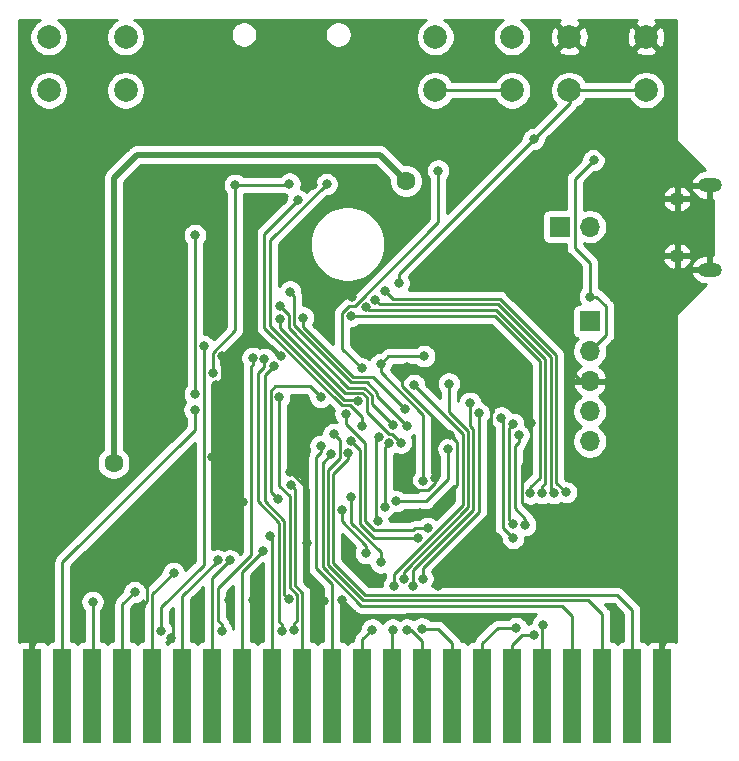
<source format=gbl>
G04 #@! TF.GenerationSoftware,KiCad,Pcbnew,5.1.5+dfsg1-2build2*
G04 #@! TF.CreationDate,2020-05-22T20:54:53+02:00*
G04 #@! TF.ProjectId,KungFuFlash,4b756e67-4675-4466-9c61-73682e6b6963,1*
G04 #@! TF.SameCoordinates,Original*
G04 #@! TF.FileFunction,Copper,L2,Bot*
G04 #@! TF.FilePolarity,Positive*
%FSLAX46Y46*%
G04 Gerber Fmt 4.6, Leading zero omitted, Abs format (unit mm)*
G04 Created by KiCad (PCBNEW 5.1.5+dfsg1-2build2) date 2020-05-22 20:54:53*
%MOMM*%
%LPD*%
G04 APERTURE LIST*
%ADD10O,2.000000X1.200000*%
%ADD11O,1.300000X1.100000*%
%ADD12R,1.524000X8.000000*%
%ADD13C,2.000000*%
%ADD14O,1.700000X1.700000*%
%ADD15R,1.700000X1.700000*%
%ADD16C,0.800000*%
%ADD17C,1.600000*%
%ADD18C,0.500000*%
%ADD19C,0.250000*%
%ADD20C,0.254000*%
G04 APERTURE END LIST*
D10*
X135564000Y-90043000D03*
X135564000Y-82893000D03*
D11*
X132814000Y-88893000D03*
X132814000Y-84043000D03*
D12*
X106168000Y-126121227D03*
X108708000Y-126121227D03*
X116328000Y-126121227D03*
X113788000Y-126121227D03*
X111248000Y-126121227D03*
X131568000Y-126121227D03*
X129028000Y-126121227D03*
X126488000Y-126121227D03*
X123948000Y-126121227D03*
X121408000Y-126121227D03*
X118868000Y-126121227D03*
X78228000Y-126121227D03*
X88388000Y-126121227D03*
X85848000Y-126121227D03*
X83308000Y-126121227D03*
X80768000Y-126121227D03*
X103628000Y-126121227D03*
X101088000Y-126121227D03*
X98548000Y-126121227D03*
X96008000Y-126121227D03*
X93468000Y-126121227D03*
X90928000Y-126121227D03*
D13*
X86106000Y-70366500D03*
X86106000Y-74866500D03*
X79606000Y-70366500D03*
X79606000Y-74866500D03*
X118831500Y-70366500D03*
X118831500Y-74866500D03*
X112331500Y-70366500D03*
X112331500Y-74866500D03*
X130175000Y-70358000D03*
X130175000Y-74858000D03*
X123675000Y-70358000D03*
X123675000Y-74858000D03*
D14*
X125412500Y-86423500D03*
D15*
X122872500Y-86423500D03*
D14*
X125412500Y-104584500D03*
X125412500Y-102044500D03*
X125412500Y-99504500D03*
X125412500Y-96964500D03*
D15*
X125412500Y-94424500D03*
D16*
X78232000Y-121158000D03*
X78232000Y-120396000D03*
X78232000Y-119634000D03*
X131572000Y-120904000D03*
X131572000Y-120142000D03*
X131572000Y-119380000D03*
X117221000Y-97091508D03*
X93435000Y-105918000D03*
X96012000Y-109728000D03*
X93726000Y-99859000D03*
X120649996Y-93980004D03*
X102362000Y-78994000D03*
X103378000Y-73152000D03*
X92964000Y-78994000D03*
X94234000Y-97382500D03*
X77724000Y-110998000D03*
X77724000Y-111760000D03*
X77724000Y-112522000D03*
X87884000Y-109474000D03*
X91694000Y-109220000D03*
X80518000Y-110998000D03*
X80518000Y-111760000D03*
X80518000Y-112522000D03*
X123698000Y-77978000D03*
X114300000Y-91223000D03*
X112268000Y-107696000D03*
X87376000Y-118618000D03*
X109918500Y-98324510D03*
X102897097Y-118082903D03*
X101959019Y-82883585D03*
X96012000Y-73152000D03*
X87693500Y-82486500D03*
X92075000Y-82550000D03*
X106934000Y-78994000D03*
X118110000Y-77978000D03*
X109537500Y-69786500D03*
X89154000Y-69850000D03*
X77660500Y-69342000D03*
X132207000Y-69469000D03*
X117565000Y-91223000D03*
X111823500Y-95504000D03*
X113030000Y-97409000D03*
X99266687Y-97392817D03*
X100045938Y-107168682D03*
X105259113Y-92353363D03*
X122809004Y-91249500D03*
X104457500Y-118046500D03*
X96901000Y-118046504D03*
X94869000Y-117983000D03*
X91948000Y-117983000D03*
X106553000Y-116268500D03*
X101473000Y-113157000D03*
X114681000Y-113395510D03*
X120433000Y-103060500D03*
X121475500Y-111633000D03*
X127762000Y-119316500D03*
X112585500Y-116840000D03*
X87947500Y-78993998D03*
X113601500Y-104076500D03*
X110998000Y-110680500D03*
X91503500Y-114363500D03*
X131826000Y-80010000D03*
X97345500Y-120777000D03*
X104711500Y-121158000D03*
X89979500Y-121221500D03*
X117221000Y-101409500D03*
X109913840Y-103255660D03*
X100034077Y-91914925D03*
X125730000Y-80772000D03*
X107696000Y-98044010D03*
X93472000Y-98806000D03*
X95377000Y-82867500D03*
X111301764Y-107953663D03*
X99986532Y-82767597D03*
X111402000Y-97386000D03*
X125412500Y-92329000D03*
X109426673Y-104693886D03*
X99191977Y-94196468D03*
X108712000Y-103187500D03*
X99157044Y-93136215D03*
X109744972Y-101853996D03*
X101155500Y-94107000D03*
X92710000Y-96520000D03*
X89113010Y-120650000D03*
X96877009Y-97533919D03*
X94233998Y-120650000D03*
X108047477Y-110123398D03*
X108428205Y-104749432D03*
X107559048Y-104254871D03*
X107449908Y-111323408D03*
X97873666Y-97615761D03*
X99366964Y-120675695D03*
X99123500Y-100838000D03*
X100362990Y-120586500D03*
X98674972Y-98214035D03*
X99912979Y-117919500D03*
D17*
X85090000Y-106426000D03*
X109855000Y-82550000D03*
D16*
X93913617Y-114666561D03*
X94936054Y-114669444D03*
X97740873Y-113895307D03*
X98347467Y-112608853D03*
X100155961Y-108305219D03*
X102616000Y-104965500D03*
X91948000Y-101917500D03*
X83312000Y-118173500D03*
X86868002Y-117348000D03*
X90170000Y-115733990D03*
X120650000Y-120967500D03*
X118937567Y-111580887D03*
X118932781Y-103118562D03*
X119951500Y-111696500D03*
X121446738Y-120099315D03*
X119380000Y-104076494D03*
X103532827Y-105677401D03*
X103719957Y-103971136D03*
X104982838Y-105555834D03*
X109918500Y-120523002D03*
X115257160Y-101341340D03*
X110448933Y-116865968D03*
X111186500Y-120448194D03*
X111252000Y-116204998D03*
X116009398Y-102197468D03*
X118926485Y-112769808D03*
X119189500Y-120396000D03*
X117919500Y-102589490D03*
X113474500Y-99696500D03*
X108727987Y-120523000D03*
X109653397Y-116260043D03*
X106997500Y-120523000D03*
X110553506Y-99822000D03*
X108838825Y-116840125D03*
X106455810Y-93254990D03*
X121383066Y-108974527D03*
X105160664Y-93984655D03*
X120383315Y-108997381D03*
X107229338Y-92582671D03*
X122383077Y-108974407D03*
X108094040Y-91880528D03*
X123380500Y-108902500D03*
X104745932Y-102263212D03*
X111689724Y-111923990D03*
X105209014Y-104573930D03*
X110832474Y-112800974D03*
X105185204Y-109308476D03*
X107696000Y-114845510D03*
X104437043Y-110363000D03*
X106489500Y-114046000D03*
X102616000Y-100838000D03*
X98991840Y-109469340D03*
X109220008Y-91186000D03*
X120650002Y-78994000D03*
X112585500Y-81661000D03*
X106108500Y-98417423D03*
X91985000Y-100584000D03*
X91985000Y-87122000D03*
X103124000Y-82804000D03*
X105798510Y-101217467D03*
X100706333Y-84196347D03*
X106100049Y-103324877D03*
X113447990Y-105221489D03*
X109002990Y-109664500D03*
D18*
X78228000Y-126121227D02*
X78228000Y-121162000D01*
D19*
X78228000Y-121162000D02*
X78232000Y-121158000D01*
X78232000Y-120396000D02*
X78232000Y-119634000D01*
X131572000Y-120904000D02*
X131572000Y-120142000D01*
X131568000Y-120908000D02*
X131572000Y-120904000D01*
D18*
X131568000Y-126121227D02*
X131568000Y-120908000D01*
D19*
X93435000Y-105918000D02*
X93435000Y-107151000D01*
X93435000Y-107151000D02*
X96012000Y-109728000D01*
X93435000Y-105918000D02*
X93435000Y-100150000D01*
X93435000Y-100150000D02*
X93726000Y-99859000D01*
X102362000Y-78994000D02*
X103378000Y-77978000D01*
X103378000Y-77978000D02*
X103378000Y-73152000D01*
X102362000Y-78994000D02*
X92964000Y-78994000D01*
X93726000Y-99859000D02*
X94234000Y-99351000D01*
X94234000Y-99351000D02*
X94234000Y-97382500D01*
X77724000Y-110998000D02*
X77724000Y-111760000D01*
X87884000Y-109474000D02*
X91440000Y-109474000D01*
X91440000Y-109474000D02*
X91694000Y-109220000D01*
X131572000Y-100584000D02*
X131572000Y-119380000D01*
X77724000Y-110998000D02*
X80518000Y-110998000D01*
X77724000Y-111760000D02*
X80518000Y-111760000D01*
X80518000Y-111760000D02*
X80518000Y-112522000D01*
X77724000Y-112522000D02*
X80518000Y-112522000D01*
X87884000Y-109474000D02*
X87884000Y-118110000D01*
X87884000Y-118110000D02*
X87376000Y-118618000D01*
X92964000Y-78994000D02*
X92964000Y-76200000D01*
X92964000Y-76200000D02*
X96012000Y-73152000D01*
X87693500Y-82486500D02*
X92011500Y-82486500D01*
X92011500Y-82486500D02*
X92075000Y-82550000D01*
X106934000Y-78994000D02*
X117094000Y-78994000D01*
X117094000Y-78994000D02*
X118110000Y-77978000D01*
X132670000Y-84050000D02*
X132770000Y-84050000D01*
X132492000Y-84050000D02*
X132670000Y-84050000D01*
X117501500Y-91223000D02*
X117565000Y-91223000D01*
X114300000Y-91223000D02*
X117501500Y-91223000D01*
X117221000Y-97091508D02*
X113411008Y-97091508D01*
X113411008Y-97091508D02*
X111823500Y-95504000D01*
X113411008Y-97091508D02*
X113347492Y-97091508D01*
X113347492Y-97091508D02*
X113030000Y-97409000D01*
X98393870Y-96520000D02*
X99266687Y-97392817D01*
X95096500Y-96520000D02*
X98393870Y-96520000D01*
X94234000Y-97382500D02*
X95096500Y-96520000D01*
X109518501Y-99923504D02*
X109518501Y-98724509D01*
X109518501Y-98724509D02*
X109918500Y-98324510D01*
X112268000Y-107696000D02*
X112268000Y-102673003D01*
X112268000Y-102673003D02*
X109518501Y-99923504D01*
X130328685Y-84043000D02*
X124263685Y-77978000D01*
X124263685Y-77978000D02*
X123698000Y-77978000D01*
X132814000Y-84043000D02*
X130328685Y-84043000D01*
X131573000Y-100458000D02*
X131573000Y-101279000D01*
X130619500Y-99504500D02*
X131573000Y-100458000D01*
X130619500Y-99504500D02*
X126682500Y-99504500D01*
X131572000Y-119380000D02*
X131572000Y-120142000D01*
X110801990Y-108706490D02*
X109410500Y-107315000D01*
X111702010Y-108706490D02*
X110801990Y-108706490D01*
X112268000Y-107759500D02*
X112268000Y-108140500D01*
X109410500Y-107315000D02*
X109410500Y-105981500D01*
X112204500Y-107696000D02*
X112268000Y-107759500D01*
X112268000Y-108140500D02*
X111702010Y-108706490D01*
X112268000Y-107696000D02*
X112204500Y-107696000D01*
X117501500Y-91223000D02*
X117528000Y-91249500D01*
X117528000Y-91249500D02*
X122809004Y-91249500D01*
X122682000Y-91376504D02*
X122809004Y-91249500D01*
X122682000Y-92329000D02*
X122682000Y-91376504D01*
X121030996Y-93980004D02*
X122682000Y-92329000D01*
X120649996Y-93980004D02*
X121030996Y-93980004D01*
X124650500Y-99504500D02*
X127127000Y-99504500D01*
X123698000Y-98552000D02*
X124650500Y-99504500D01*
X123698000Y-92138496D02*
X123698000Y-98552000D01*
X122809004Y-91249500D02*
X123698000Y-92138496D01*
X78232000Y-120396000D02*
X78232000Y-121158000D01*
X133134000Y-82893000D02*
X135564000Y-82893000D01*
X132814000Y-83213000D02*
X133134000Y-82893000D01*
X132814000Y-84043000D02*
X132814000Y-83213000D01*
X101538010Y-108660754D02*
X100045938Y-107168682D01*
X102897097Y-118082903D02*
X101538010Y-116723816D01*
X101538010Y-113091990D02*
X101473000Y-113157000D01*
X101538010Y-112777510D02*
X101538010Y-113091990D01*
X101538010Y-116723816D02*
X101538010Y-112777510D01*
X101538010Y-112777510D02*
X101538010Y-108660754D01*
X92964000Y-78994000D02*
X87947502Y-78994000D01*
X87947502Y-78994000D02*
X87947500Y-78993998D01*
X117030500Y-111046010D02*
X114681000Y-113395510D01*
X117030500Y-102249368D02*
X117030500Y-111046010D01*
X117221000Y-102058868D02*
X117030500Y-102249368D01*
X119658314Y-109815814D02*
X121475500Y-111633000D01*
X120433000Y-105817500D02*
X119658314Y-106592186D01*
X119658314Y-106592186D02*
X119658314Y-109815814D01*
X120433000Y-103060500D02*
X120433000Y-105817500D01*
X111760000Y-110680500D02*
X110998000Y-110680500D01*
X114172991Y-108267509D02*
X111760000Y-110680500D01*
X114172991Y-104647991D02*
X114172991Y-108267509D01*
X113601500Y-104076500D02*
X114172991Y-104647991D01*
X96901000Y-120332500D02*
X97345500Y-120777000D01*
X96901000Y-118046504D02*
X96901000Y-120332500D01*
X104457500Y-120904000D02*
X104711500Y-121158000D01*
X104457500Y-118046500D02*
X104457500Y-120904000D01*
X117221000Y-101536500D02*
X117221000Y-101409500D01*
X117221000Y-97091508D02*
X117221000Y-101536500D01*
X117221000Y-101536500D02*
X117221000Y-102058868D01*
X100366998Y-92247846D02*
X100034077Y-91914925D01*
X100366998Y-94780409D02*
X100366998Y-92247846D01*
X107423533Y-100765353D02*
X107423533Y-100496666D01*
X109913840Y-103255660D02*
X107423533Y-100765353D01*
X107423533Y-100496666D02*
X106519311Y-99592444D01*
X105179033Y-99592444D02*
X100366998Y-94780409D01*
X106519311Y-99592444D02*
X105179033Y-99592444D01*
X125285500Y-81216500D02*
X125730000Y-80772000D01*
X99886629Y-82867500D02*
X99986532Y-82767597D01*
X95377000Y-82867500D02*
X99886629Y-82867500D01*
X108354010Y-97386000D02*
X111402000Y-97386000D01*
X107696000Y-98044010D02*
X108354010Y-97386000D01*
X111301764Y-102343177D02*
X111301764Y-107953663D01*
X107696000Y-98737413D02*
X111301764Y-102343177D01*
X107696000Y-98044010D02*
X107696000Y-98737413D01*
X125978185Y-92329000D02*
X125412500Y-92329000D01*
X126809500Y-95567500D02*
X126809500Y-93160315D01*
X125412500Y-96964500D02*
X126809500Y-95567500D01*
X126809500Y-93160315D02*
X125978185Y-92329000D01*
X125412500Y-89471500D02*
X125412500Y-92329000D01*
X124142500Y-88201500D02*
X125412500Y-89471500D01*
X124142500Y-82359500D02*
X124142500Y-88201500D01*
X125730000Y-80772000D02*
X124142500Y-82359500D01*
X95377000Y-95186500D02*
X95377000Y-82867500D01*
X93472000Y-97091500D02*
X95377000Y-95186500D01*
X93472000Y-98806000D02*
X93472000Y-97091500D01*
X104683466Y-100492466D02*
X99191977Y-95000977D01*
X106523511Y-102072864D02*
X106523511Y-100869466D01*
X106146511Y-100492466D02*
X104683466Y-100492466D01*
X108422136Y-103971489D02*
X106523511Y-102072864D01*
X99191977Y-95000977D02*
X99191977Y-94196468D01*
X106523511Y-100869466D02*
X106146511Y-100492466D01*
X108704276Y-103971489D02*
X108422136Y-103971489D01*
X109426673Y-104693886D02*
X108704276Y-103971489D01*
X99916987Y-93896158D02*
X99157044Y-93136215D01*
X99916987Y-95027487D02*
X99916987Y-93896158D01*
X106973522Y-101449022D02*
X106973522Y-100683066D01*
X106332911Y-100042455D02*
X104931955Y-100042455D01*
X108712000Y-103187500D02*
X106973522Y-101449022D01*
X104931955Y-100042455D02*
X99916987Y-95027487D01*
X106973522Y-100683066D02*
X106332911Y-100042455D01*
X107033409Y-99142433D02*
X105365433Y-99142433D01*
X101155500Y-94932500D02*
X101155500Y-94107000D01*
X109744972Y-101853996D02*
X107033409Y-99142433D01*
X105365433Y-99142433D02*
X101155500Y-94932500D01*
X92710000Y-115062002D02*
X89113010Y-118658992D01*
X92710000Y-96520000D02*
X92710000Y-115062002D01*
X89113010Y-118658992D02*
X89113010Y-120650000D01*
X93961001Y-117038769D02*
X93961001Y-119811318D01*
X96748216Y-114251554D02*
X93961001Y-117038769D01*
X96748216Y-98228397D02*
X96748216Y-114251554D01*
X96877009Y-98099604D02*
X96748216Y-98228397D01*
X94233998Y-120084315D02*
X94233998Y-120650000D01*
X96877009Y-97533919D02*
X96877009Y-98099604D01*
X93961001Y-119811318D02*
X94233998Y-120084315D01*
X108047477Y-105130160D02*
X108428205Y-104749432D01*
X108047477Y-110123398D02*
X108047477Y-105130160D01*
X107315000Y-111188500D02*
X107449908Y-111323408D01*
X107315000Y-104498919D02*
X107315000Y-111188500D01*
X107559048Y-104254871D02*
X107315000Y-104498919D01*
X97296855Y-98842690D02*
X97296855Y-109674268D01*
X97296855Y-109674268D02*
X99097020Y-111474433D01*
X97873666Y-97615761D02*
X97873666Y-98265879D01*
X99097020Y-111474433D02*
X99097020Y-119840066D01*
X99097020Y-119840066D02*
X99366964Y-120110010D01*
X97873666Y-98265879D02*
X97296855Y-98842690D01*
X99366964Y-120110010D02*
X99366964Y-120675695D01*
X99123500Y-106108500D02*
X99123500Y-100838000D01*
X99123500Y-106247438D02*
X99123500Y-106108500D01*
X100637989Y-117593899D02*
X100637989Y-119745816D01*
X100006989Y-109229249D02*
X100006989Y-116962900D01*
X100362990Y-120020815D02*
X100362990Y-120586500D01*
X99123500Y-106108500D02*
X99123500Y-108345760D01*
X100637989Y-119745816D02*
X100362990Y-120020815D01*
X99123500Y-108345760D02*
X100006989Y-109229249D01*
X100006989Y-116962900D02*
X100637989Y-117593899D01*
X97926906Y-98962101D02*
X97926906Y-109667908D01*
X98674972Y-98214035D02*
X97926906Y-98962101D01*
X99556978Y-117563499D02*
X99912979Y-117919500D01*
X99556978Y-111297981D02*
X99556978Y-117563499D01*
X97926906Y-109667908D02*
X99556978Y-111297981D01*
D18*
X107632500Y-80327500D02*
X109855000Y-82550000D01*
X87058500Y-80327500D02*
X107632500Y-80327500D01*
X85090000Y-82296000D02*
X87058500Y-80327500D01*
X85090000Y-106426000D02*
X85090000Y-82296000D01*
D19*
X90928000Y-117669500D02*
X93916500Y-114681000D01*
X90928000Y-126121227D02*
X90928000Y-117669500D01*
X93916500Y-114669444D02*
X93913617Y-114666561D01*
X93916500Y-114681000D02*
X93916500Y-114669444D01*
X93468000Y-126121227D02*
X93468000Y-116137498D01*
X93468000Y-116137498D02*
X94936054Y-114669444D01*
X96008000Y-126121227D02*
X96008000Y-115628180D01*
X96008000Y-115628180D02*
X97740873Y-113895307D01*
X98548000Y-126121227D02*
X98548000Y-112809386D01*
X98548000Y-112809386D02*
X98347467Y-112608853D01*
X101088000Y-117407500D02*
X100457000Y-116776500D01*
X100457000Y-108606258D02*
X100155961Y-108305219D01*
X100457000Y-116776500D02*
X100457000Y-108606258D01*
X101088000Y-126121227D02*
X101088000Y-117407500D01*
X102616000Y-105531185D02*
X102616000Y-104965500D01*
X103628000Y-116709000D02*
X102269214Y-115350214D01*
X102269214Y-115350214D02*
X102269214Y-105877971D01*
X102269214Y-105877971D02*
X102616000Y-105531185D01*
X103628000Y-126121227D02*
X103628000Y-116709000D01*
X80768000Y-114812000D02*
X80768000Y-126121227D01*
X91948000Y-101917500D02*
X91948000Y-103632000D01*
X91948000Y-103632000D02*
X80768000Y-114812000D01*
X83312000Y-126117227D02*
X83308000Y-126121227D01*
X83312000Y-118173500D02*
X83312000Y-126117227D01*
X85848000Y-118368002D02*
X86868002Y-117348000D01*
X85848000Y-126121227D02*
X85848000Y-118368002D01*
X88388000Y-126121227D02*
X88388000Y-117515990D01*
X88388000Y-117515990D02*
X90170000Y-115733990D01*
X119697500Y-120967500D02*
X120650000Y-120967500D01*
X118868000Y-121797000D02*
X119697500Y-120967500D01*
X118868000Y-126121227D02*
X118868000Y-121797000D01*
X118537568Y-111180888D02*
X118537568Y-103513775D01*
X118537568Y-103513775D02*
X118932781Y-103118562D01*
X118937567Y-111580887D02*
X118537568Y-111180888D01*
X120777000Y-125490227D02*
X121408000Y-126121227D01*
X121408000Y-126121227D02*
X121408000Y-120138053D01*
X121408000Y-120138053D02*
X121446738Y-120099315D01*
X119380000Y-104642179D02*
X119380000Y-104076494D01*
X119043501Y-104978678D02*
X119380000Y-104642179D01*
X119043501Y-110222816D02*
X119043501Y-104978678D01*
X119951500Y-111130815D02*
X119043501Y-110222816D01*
X119951500Y-111696500D02*
X119951500Y-111130815D01*
X102812011Y-115256601D02*
X102812011Y-106398217D01*
X109741246Y-118491000D02*
X109703723Y-118528523D01*
X109703723Y-118528523D02*
X106083933Y-118528523D01*
X123948000Y-126121227D02*
X123948000Y-119376000D01*
X123063000Y-118491000D02*
X109741246Y-118491000D01*
X102812011Y-106398217D02*
X103532827Y-105677401D01*
X123948000Y-119376000D02*
X123063000Y-118491000D01*
X106083933Y-118528523D02*
X102812011Y-115256601D01*
X126488000Y-119249000D02*
X125279989Y-118040989D01*
X103262022Y-107021208D02*
X104257828Y-106025402D01*
X103262022Y-115070201D02*
X103262022Y-107021208D01*
X106232810Y-118040989D02*
X103262022Y-115070201D01*
X104257828Y-106025402D02*
X104257828Y-104509007D01*
X104257828Y-104509007D02*
X103719957Y-103971136D01*
X126488000Y-126121227D02*
X126488000Y-119249000D01*
X125279989Y-118040989D02*
X106232810Y-118040989D01*
X129028000Y-126121227D02*
X129028000Y-118868000D01*
X129028000Y-118868000D02*
X127750978Y-117590978D01*
X127750978Y-117590978D02*
X106419210Y-117590978D01*
X103712033Y-114883801D02*
X103712033Y-107392324D01*
X104982838Y-106121519D02*
X104982838Y-105555834D01*
X103712033Y-107392324D02*
X104982838Y-106121519D01*
X106419210Y-117590978D02*
X103712033Y-114883801D01*
X110236002Y-120523002D02*
X109918500Y-120523002D01*
X111248000Y-126121227D02*
X111248000Y-121535000D01*
X111248000Y-121535000D02*
X110236002Y-120523002D01*
X115257160Y-103252832D02*
X115564489Y-103560161D01*
X115564489Y-103560161D02*
X115564489Y-110367101D01*
X115564489Y-110367101D02*
X110448933Y-115482657D01*
X110448933Y-115482657D02*
X110448933Y-116865968D01*
X115257160Y-101341340D02*
X115257160Y-103252832D01*
X113788000Y-126121227D02*
X113788000Y-121662000D01*
X112574194Y-120448194D02*
X111186500Y-120448194D01*
X113788000Y-121662000D02*
X112574194Y-120448194D01*
X116014500Y-110553500D02*
X116014500Y-102202570D01*
X111252000Y-116204998D02*
X111252000Y-115316000D01*
X116014500Y-102202570D02*
X116009398Y-102197468D01*
X111252000Y-115316000D02*
X116014500Y-110553500D01*
X117602000Y-120396000D02*
X119189500Y-120396000D01*
X116328000Y-121670000D02*
X117602000Y-120396000D01*
X116328000Y-126121227D02*
X116328000Y-121670000D01*
X118046500Y-102716490D02*
X117919500Y-102589490D01*
X118046500Y-111889823D02*
X118046500Y-102716490D01*
X118926485Y-112769808D02*
X118046500Y-111889823D01*
X108708000Y-126121227D02*
X108708000Y-120542987D01*
X108708000Y-120542987D02*
X108727987Y-120523000D01*
X113474500Y-102106583D02*
X115114478Y-103746561D01*
X115114478Y-103746561D02*
X115114478Y-110180702D01*
X109653397Y-115641783D02*
X109653397Y-116260043D01*
X115114478Y-110180702D02*
X109653397Y-115641783D01*
X113474500Y-99696500D02*
X113474500Y-102106583D01*
X106168000Y-121352500D02*
X106168000Y-126121227D01*
X106997500Y-120523000D02*
X106168000Y-121352500D01*
X108838825Y-115819945D02*
X108838825Y-116840125D01*
X114664467Y-109994303D02*
X108838825Y-115819945D01*
X114664467Y-103932961D02*
X114664467Y-109994303D01*
X110553506Y-99822000D02*
X114664467Y-103932961D01*
X121608011Y-108183897D02*
X121383066Y-108408842D01*
X106455810Y-93254990D02*
X106683842Y-93483022D01*
X106683842Y-93483022D02*
X117487432Y-93483022D01*
X117487432Y-93483022D02*
X121608011Y-97603600D01*
X121383066Y-108408842D02*
X121383066Y-108974527D01*
X121608011Y-97603600D02*
X121608011Y-108183897D01*
X121158000Y-107657011D02*
X120383315Y-108431696D01*
X117352655Y-93984655D02*
X121158000Y-97790000D01*
X105160664Y-93984655D02*
X117352655Y-93984655D01*
X121158000Y-97790000D02*
X121158000Y-107657011D01*
X120383315Y-108431696D02*
X120383315Y-108997381D01*
X117623492Y-92982670D02*
X122104989Y-97464167D01*
X107629337Y-92982670D02*
X117623492Y-92982670D01*
X107229338Y-92582671D02*
X107629337Y-92982670D01*
X122104989Y-97464167D02*
X122104989Y-108696319D01*
X122104989Y-108696319D02*
X122383077Y-108974407D01*
X122555000Y-97277767D02*
X122555000Y-108077000D01*
X117796733Y-92519500D02*
X122555000Y-97277767D01*
X108733012Y-92519500D02*
X117796733Y-92519500D01*
X122555000Y-108077000D02*
X123380500Y-108902500D01*
X108094040Y-91880528D02*
X108733012Y-92519500D01*
X110636456Y-111923990D02*
X111689724Y-111923990D01*
X107124500Y-112077500D02*
X110482946Y-112077500D01*
X104745932Y-102263212D02*
X104745932Y-103084464D01*
X104745932Y-103084464D02*
X106389457Y-104727989D01*
X106389457Y-111342457D02*
X107124500Y-112077500D01*
X110482946Y-112077500D02*
X110636456Y-111923990D01*
X106389457Y-104727989D02*
X106389457Y-111342457D01*
X105939446Y-111588125D02*
X107152296Y-112800974D01*
X107152296Y-112800974D02*
X110832474Y-112800974D01*
X105939446Y-105304362D02*
X105939446Y-111588125D01*
X105209014Y-104573930D02*
X105939446Y-105304362D01*
X105185204Y-111470294D02*
X105185204Y-109308476D01*
X107696000Y-114845510D02*
X107696000Y-113981090D01*
X107696000Y-113981090D02*
X105185204Y-111470294D01*
X106489500Y-113411000D02*
X106489500Y-114046000D01*
X104437043Y-111358543D02*
X106489500Y-113411000D01*
X104437043Y-110363000D02*
X104437043Y-111358543D01*
X101708001Y-99930001D02*
X98767997Y-99930001D01*
X98398499Y-108875999D02*
X98991840Y-109469340D01*
X98767997Y-99930001D02*
X98398499Y-100299499D01*
X102616000Y-100838000D02*
X101708001Y-99930001D01*
X98398499Y-100299499D02*
X98398499Y-108875999D01*
X123698000Y-74962000D02*
X123802000Y-74858000D01*
X123698000Y-75946002D02*
X123698000Y-74962000D01*
X120650002Y-78994000D02*
X123698000Y-75946002D01*
X120650000Y-78994000D02*
X120650002Y-78994000D01*
X109220008Y-91186000D02*
X109220008Y-90423992D01*
X109220008Y-90423992D02*
X120650000Y-78994000D01*
X123675000Y-74858000D02*
X130175000Y-74858000D01*
X104430999Y-96739922D02*
X106108500Y-98417423D01*
X112585500Y-86052296D02*
X105514850Y-93122946D01*
X105514850Y-93122946D02*
X104997054Y-93122946D01*
X104997054Y-93122946D02*
X104430999Y-93689001D01*
X112585500Y-81661000D02*
X112585500Y-86052296D01*
X104430999Y-93689001D02*
X104430999Y-96739922D01*
X91985000Y-100584000D02*
X91985000Y-87122000D01*
X105656613Y-101075570D02*
X105798510Y-101217467D01*
X103124000Y-82804000D02*
X98361508Y-87566492D01*
X104611171Y-101075570D02*
X105656613Y-101075570D01*
X98361508Y-94825907D02*
X104611171Y-101075570D01*
X98361508Y-87566492D02*
X98361508Y-94825907D01*
X104437400Y-101538210D02*
X105093934Y-101538210D01*
X106100049Y-102544325D02*
X106100049Y-103324877D01*
X97873859Y-94974669D02*
X104437400Y-101538210D01*
X105093934Y-101538210D02*
X106100049Y-102544325D01*
X97873859Y-87028821D02*
X97873859Y-94974669D01*
X100706333Y-84196347D02*
X97873859Y-87028821D01*
X111569500Y-109664500D02*
X109002990Y-109664500D01*
X113447990Y-105221489D02*
X113447990Y-107786010D01*
X113447990Y-107786010D02*
X111569500Y-109664500D01*
X118831500Y-74866500D02*
X112331500Y-74866500D01*
D20*
G36*
X78831537Y-68917582D02*
G01*
X78563748Y-69096513D01*
X78336013Y-69324248D01*
X78157082Y-69592037D01*
X78033832Y-69889588D01*
X77971000Y-70205467D01*
X77971000Y-70527533D01*
X78033832Y-70843412D01*
X78157082Y-71140963D01*
X78336013Y-71408752D01*
X78563748Y-71636487D01*
X78831537Y-71815418D01*
X79129088Y-71938668D01*
X79444967Y-72001500D01*
X79767033Y-72001500D01*
X80082912Y-71938668D01*
X80380463Y-71815418D01*
X80648252Y-71636487D01*
X80875987Y-71408752D01*
X81054918Y-71140963D01*
X81178168Y-70843412D01*
X81241000Y-70527533D01*
X81241000Y-70205467D01*
X81178168Y-69889588D01*
X81054918Y-69592037D01*
X80875987Y-69324248D01*
X80648252Y-69096513D01*
X80380463Y-68917582D01*
X80359744Y-68909000D01*
X85352256Y-68909000D01*
X85331537Y-68917582D01*
X85063748Y-69096513D01*
X84836013Y-69324248D01*
X84657082Y-69592037D01*
X84533832Y-69889588D01*
X84471000Y-70205467D01*
X84471000Y-70527533D01*
X84533832Y-70843412D01*
X84657082Y-71140963D01*
X84836013Y-71408752D01*
X85063748Y-71636487D01*
X85331537Y-71815418D01*
X85629088Y-71938668D01*
X85944967Y-72001500D01*
X86267033Y-72001500D01*
X86582912Y-71938668D01*
X86880463Y-71815418D01*
X87148252Y-71636487D01*
X87375987Y-71408752D01*
X87554918Y-71140963D01*
X87678168Y-70843412D01*
X87741000Y-70527533D01*
X87741000Y-70205467D01*
X87707433Y-70036712D01*
X94999000Y-70036712D01*
X94999000Y-70260288D01*
X95042617Y-70479567D01*
X95128176Y-70686124D01*
X95252388Y-70872020D01*
X95410480Y-71030112D01*
X95596376Y-71154324D01*
X95802933Y-71239883D01*
X96022212Y-71283500D01*
X96245788Y-71283500D01*
X96465067Y-71239883D01*
X96671624Y-71154324D01*
X96857520Y-71030112D01*
X97015612Y-70872020D01*
X97139824Y-70686124D01*
X97225383Y-70479567D01*
X97269000Y-70260288D01*
X97269000Y-70036712D01*
X102979000Y-70036712D01*
X102979000Y-70260288D01*
X103022617Y-70479567D01*
X103108176Y-70686124D01*
X103232388Y-70872020D01*
X103390480Y-71030112D01*
X103576376Y-71154324D01*
X103782933Y-71239883D01*
X104002212Y-71283500D01*
X104225788Y-71283500D01*
X104445067Y-71239883D01*
X104651624Y-71154324D01*
X104837520Y-71030112D01*
X104995612Y-70872020D01*
X105119824Y-70686124D01*
X105205383Y-70479567D01*
X105249000Y-70260288D01*
X105249000Y-70036712D01*
X105205383Y-69817433D01*
X105119824Y-69610876D01*
X104995612Y-69424980D01*
X104837520Y-69266888D01*
X104651624Y-69142676D01*
X104445067Y-69057117D01*
X104225788Y-69013500D01*
X104002212Y-69013500D01*
X103782933Y-69057117D01*
X103576376Y-69142676D01*
X103390480Y-69266888D01*
X103232388Y-69424980D01*
X103108176Y-69610876D01*
X103022617Y-69817433D01*
X102979000Y-70036712D01*
X97269000Y-70036712D01*
X97225383Y-69817433D01*
X97139824Y-69610876D01*
X97015612Y-69424980D01*
X96857520Y-69266888D01*
X96671624Y-69142676D01*
X96465067Y-69057117D01*
X96245788Y-69013500D01*
X96022212Y-69013500D01*
X95802933Y-69057117D01*
X95596376Y-69142676D01*
X95410480Y-69266888D01*
X95252388Y-69424980D01*
X95128176Y-69610876D01*
X95042617Y-69817433D01*
X94999000Y-70036712D01*
X87707433Y-70036712D01*
X87678168Y-69889588D01*
X87554918Y-69592037D01*
X87375987Y-69324248D01*
X87148252Y-69096513D01*
X86880463Y-68917582D01*
X86859744Y-68909000D01*
X111577756Y-68909000D01*
X111557037Y-68917582D01*
X111289248Y-69096513D01*
X111061513Y-69324248D01*
X110882582Y-69592037D01*
X110759332Y-69889588D01*
X110696500Y-70205467D01*
X110696500Y-70527533D01*
X110759332Y-70843412D01*
X110882582Y-71140963D01*
X111061513Y-71408752D01*
X111289248Y-71636487D01*
X111557037Y-71815418D01*
X111854588Y-71938668D01*
X112170467Y-72001500D01*
X112492533Y-72001500D01*
X112808412Y-71938668D01*
X113105963Y-71815418D01*
X113373752Y-71636487D01*
X113601487Y-71408752D01*
X113780418Y-71140963D01*
X113903668Y-70843412D01*
X113966500Y-70527533D01*
X113966500Y-70205467D01*
X113903668Y-69889588D01*
X113780418Y-69592037D01*
X113601487Y-69324248D01*
X113373752Y-69096513D01*
X113105963Y-68917582D01*
X113085244Y-68909000D01*
X118077756Y-68909000D01*
X118057037Y-68917582D01*
X117789248Y-69096513D01*
X117561513Y-69324248D01*
X117382582Y-69592037D01*
X117259332Y-69889588D01*
X117196500Y-70205467D01*
X117196500Y-70527533D01*
X117259332Y-70843412D01*
X117382582Y-71140963D01*
X117561513Y-71408752D01*
X117789248Y-71636487D01*
X118057037Y-71815418D01*
X118354588Y-71938668D01*
X118670467Y-72001500D01*
X118992533Y-72001500D01*
X119308412Y-71938668D01*
X119605963Y-71815418D01*
X119873752Y-71636487D01*
X120016826Y-71493413D01*
X122719192Y-71493413D01*
X122814956Y-71757814D01*
X123104571Y-71898704D01*
X123416108Y-71980384D01*
X123737595Y-71999718D01*
X124056675Y-71955961D01*
X124361088Y-71850795D01*
X124535044Y-71757814D01*
X124630808Y-71493413D01*
X129219192Y-71493413D01*
X129314956Y-71757814D01*
X129604571Y-71898704D01*
X129916108Y-71980384D01*
X130237595Y-71999718D01*
X130556675Y-71955961D01*
X130861088Y-71850795D01*
X131035044Y-71757814D01*
X131130808Y-71493413D01*
X130175000Y-70537605D01*
X129219192Y-71493413D01*
X124630808Y-71493413D01*
X123675000Y-70537605D01*
X122719192Y-71493413D01*
X120016826Y-71493413D01*
X120101487Y-71408752D01*
X120280418Y-71140963D01*
X120403668Y-70843412D01*
X120466500Y-70527533D01*
X120466500Y-70420595D01*
X122033282Y-70420595D01*
X122077039Y-70739675D01*
X122182205Y-71044088D01*
X122275186Y-71218044D01*
X122539587Y-71313808D01*
X123495395Y-70358000D01*
X123854605Y-70358000D01*
X124810413Y-71313808D01*
X125074814Y-71218044D01*
X125215704Y-70928429D01*
X125297384Y-70616892D01*
X125309189Y-70420595D01*
X128533282Y-70420595D01*
X128577039Y-70739675D01*
X128682205Y-71044088D01*
X128775186Y-71218044D01*
X129039587Y-71313808D01*
X129995395Y-70358000D01*
X130354605Y-70358000D01*
X131310413Y-71313808D01*
X131574814Y-71218044D01*
X131715704Y-70928429D01*
X131797384Y-70616892D01*
X131816718Y-70295405D01*
X131772961Y-69976325D01*
X131667795Y-69671912D01*
X131574814Y-69497956D01*
X131310413Y-69402192D01*
X130354605Y-70358000D01*
X129995395Y-70358000D01*
X129039587Y-69402192D01*
X128775186Y-69497956D01*
X128634296Y-69787571D01*
X128552616Y-70099108D01*
X128533282Y-70420595D01*
X125309189Y-70420595D01*
X125316718Y-70295405D01*
X125272961Y-69976325D01*
X125167795Y-69671912D01*
X125074814Y-69497956D01*
X124810413Y-69402192D01*
X123854605Y-70358000D01*
X123495395Y-70358000D01*
X122539587Y-69402192D01*
X122275186Y-69497956D01*
X122134296Y-69787571D01*
X122052616Y-70099108D01*
X122033282Y-70420595D01*
X120466500Y-70420595D01*
X120466500Y-70205467D01*
X120403668Y-69889588D01*
X120280418Y-69592037D01*
X120101487Y-69324248D01*
X119873752Y-69096513D01*
X119605963Y-68917582D01*
X119585244Y-68909000D01*
X122906977Y-68909000D01*
X122814956Y-68958186D01*
X122719192Y-69222587D01*
X123675000Y-70178395D01*
X124630808Y-69222587D01*
X124535044Y-68958186D01*
X124433937Y-68909000D01*
X129406977Y-68909000D01*
X129314956Y-68958186D01*
X129219192Y-69222587D01*
X130175000Y-70178395D01*
X131130808Y-69222587D01*
X131035044Y-68958186D01*
X130933937Y-68909000D01*
X132703500Y-68909000D01*
X132703501Y-78832115D01*
X132700065Y-78867000D01*
X132713774Y-79006184D01*
X132754372Y-79140019D01*
X132755958Y-79142986D01*
X132820301Y-79263363D01*
X132909026Y-79371475D01*
X132936117Y-79393708D01*
X135200408Y-81658000D01*
X135037000Y-81658000D01*
X134798504Y-81706507D01*
X134574054Y-81800610D01*
X134372275Y-81936693D01*
X134200922Y-82109526D01*
X134066579Y-82312467D01*
X133974409Y-82537718D01*
X133970538Y-82575391D01*
X134095269Y-82766000D01*
X135437000Y-82766000D01*
X135437000Y-82746000D01*
X135691000Y-82746000D01*
X135691000Y-82766000D01*
X135711000Y-82766000D01*
X135711000Y-83020000D01*
X135691000Y-83020000D01*
X135691000Y-84128000D01*
X135815000Y-84128000D01*
X135815001Y-88808000D01*
X135691000Y-88808000D01*
X135691000Y-89916000D01*
X135711000Y-89916000D01*
X135711000Y-90170000D01*
X135691000Y-90170000D01*
X135691000Y-90190000D01*
X135437000Y-90190000D01*
X135437000Y-90170000D01*
X134095269Y-90170000D01*
X133970538Y-90360609D01*
X133974409Y-90398282D01*
X134066579Y-90623533D01*
X134200922Y-90826474D01*
X134372275Y-90999307D01*
X134574054Y-91135390D01*
X134798504Y-91229493D01*
X135037000Y-91278000D01*
X135238408Y-91278000D01*
X132936117Y-93580292D01*
X132909025Y-93602526D01*
X132820300Y-93710638D01*
X132754372Y-93833981D01*
X132713773Y-93967817D01*
X132703742Y-94069667D01*
X132700065Y-94107000D01*
X132703500Y-94141875D01*
X132703501Y-121504115D01*
X132700065Y-121539000D01*
X132706973Y-121609138D01*
X132684494Y-121590690D01*
X132574180Y-121531725D01*
X132454482Y-121495415D01*
X132330000Y-121483155D01*
X131853750Y-121486227D01*
X131695000Y-121644977D01*
X131695000Y-121793000D01*
X131441000Y-121793000D01*
X131441000Y-121644977D01*
X131282250Y-121486227D01*
X130806000Y-121483155D01*
X130681518Y-121495415D01*
X130561820Y-121531725D01*
X130451506Y-121590690D01*
X130354815Y-121670042D01*
X130298000Y-121739271D01*
X130241185Y-121670042D01*
X130144494Y-121590690D01*
X130034180Y-121531725D01*
X129914482Y-121495415D01*
X129790000Y-121483155D01*
X129788000Y-121483155D01*
X129788000Y-118905323D01*
X129791676Y-118868000D01*
X129788000Y-118830677D01*
X129788000Y-118830667D01*
X129777003Y-118719014D01*
X129733546Y-118575753D01*
X129662974Y-118443724D01*
X129568001Y-118327999D01*
X129539003Y-118304201D01*
X128314782Y-117079981D01*
X128290979Y-117050977D01*
X128175254Y-116956004D01*
X128043225Y-116885432D01*
X127899964Y-116841975D01*
X127788311Y-116830978D01*
X127788300Y-116830978D01*
X127750978Y-116827302D01*
X127713656Y-116830978D01*
X112078517Y-116830978D01*
X112169205Y-116695254D01*
X112247226Y-116506896D01*
X112287000Y-116306937D01*
X112287000Y-116103059D01*
X112247226Y-115903100D01*
X112169205Y-115714742D01*
X112072616Y-115570185D01*
X116525504Y-111117298D01*
X116554501Y-111093501D01*
X116590072Y-111050158D01*
X116649474Y-110977777D01*
X116720046Y-110845747D01*
X116725143Y-110828944D01*
X116763503Y-110702486D01*
X116774500Y-110590833D01*
X116774500Y-110590824D01*
X116778176Y-110553501D01*
X116774500Y-110516178D01*
X116774500Y-102896077D01*
X116813335Y-102857242D01*
X116893591Y-102737131D01*
X116924274Y-102891388D01*
X117002295Y-103079746D01*
X117115563Y-103249264D01*
X117259726Y-103393427D01*
X117286501Y-103411317D01*
X117286500Y-111852501D01*
X117282824Y-111889823D01*
X117286500Y-111927145D01*
X117286500Y-111927155D01*
X117297497Y-112038808D01*
X117340320Y-112179979D01*
X117340954Y-112182069D01*
X117411526Y-112314099D01*
X117446139Y-112356274D01*
X117506499Y-112429824D01*
X117535502Y-112453626D01*
X117891485Y-112809609D01*
X117891485Y-112871747D01*
X117931259Y-113071706D01*
X118009280Y-113260064D01*
X118122548Y-113429582D01*
X118266711Y-113573745D01*
X118436229Y-113687013D01*
X118624587Y-113765034D01*
X118824546Y-113804808D01*
X119028424Y-113804808D01*
X119228383Y-113765034D01*
X119416741Y-113687013D01*
X119586259Y-113573745D01*
X119730422Y-113429582D01*
X119843690Y-113260064D01*
X119921711Y-113071706D01*
X119961485Y-112871747D01*
X119961485Y-112731500D01*
X120053439Y-112731500D01*
X120253398Y-112691726D01*
X120441756Y-112613705D01*
X120611274Y-112500437D01*
X120755437Y-112356274D01*
X120868705Y-112186756D01*
X120946726Y-111998398D01*
X120986500Y-111798439D01*
X120986500Y-111594561D01*
X120946726Y-111394602D01*
X120868705Y-111206244D01*
X120755437Y-111036726D01*
X120700487Y-110981776D01*
X120657046Y-110838568D01*
X120586474Y-110706539D01*
X120515299Y-110619812D01*
X120491501Y-110590814D01*
X120462503Y-110567016D01*
X119803501Y-109908015D01*
X119803501Y-109854745D01*
X119893059Y-109914586D01*
X120081417Y-109992607D01*
X120281376Y-110032381D01*
X120485254Y-110032381D01*
X120685213Y-109992607D01*
X120873571Y-109914586D01*
X120902048Y-109895558D01*
X121081168Y-109969753D01*
X121281127Y-110009527D01*
X121485005Y-110009527D01*
X121684964Y-109969753D01*
X121873322Y-109891732D01*
X121883161Y-109885158D01*
X121892821Y-109891612D01*
X122081179Y-109969633D01*
X122281138Y-110009407D01*
X122485016Y-110009407D01*
X122684975Y-109969633D01*
X122873333Y-109891612D01*
X122946238Y-109842899D01*
X123078602Y-109897726D01*
X123278561Y-109937500D01*
X123482439Y-109937500D01*
X123682398Y-109897726D01*
X123870756Y-109819705D01*
X124040274Y-109706437D01*
X124184437Y-109562274D01*
X124297705Y-109392756D01*
X124375726Y-109204398D01*
X124415500Y-109004439D01*
X124415500Y-108800561D01*
X124375726Y-108600602D01*
X124297705Y-108412244D01*
X124184437Y-108242726D01*
X124040274Y-108098563D01*
X123870756Y-107985295D01*
X123682398Y-107907274D01*
X123482439Y-107867500D01*
X123420301Y-107867500D01*
X123315000Y-107762199D01*
X123315000Y-101898240D01*
X123927500Y-101898240D01*
X123927500Y-102190760D01*
X123984568Y-102477658D01*
X124096510Y-102747911D01*
X124259025Y-102991132D01*
X124465868Y-103197975D01*
X124640260Y-103314500D01*
X124465868Y-103431025D01*
X124259025Y-103637868D01*
X124096510Y-103881089D01*
X123984568Y-104151342D01*
X123927500Y-104438240D01*
X123927500Y-104730760D01*
X123984568Y-105017658D01*
X124096510Y-105287911D01*
X124259025Y-105531132D01*
X124465868Y-105737975D01*
X124709089Y-105900490D01*
X124979342Y-106012432D01*
X125266240Y-106069500D01*
X125558760Y-106069500D01*
X125845658Y-106012432D01*
X126115911Y-105900490D01*
X126359132Y-105737975D01*
X126565975Y-105531132D01*
X126728490Y-105287911D01*
X126840432Y-105017658D01*
X126897500Y-104730760D01*
X126897500Y-104438240D01*
X126840432Y-104151342D01*
X126728490Y-103881089D01*
X126565975Y-103637868D01*
X126359132Y-103431025D01*
X126184740Y-103314500D01*
X126359132Y-103197975D01*
X126565975Y-102991132D01*
X126728490Y-102747911D01*
X126840432Y-102477658D01*
X126897500Y-102190760D01*
X126897500Y-101898240D01*
X126840432Y-101611342D01*
X126728490Y-101341089D01*
X126565975Y-101097868D01*
X126359132Y-100891025D01*
X126176966Y-100769305D01*
X126293855Y-100699678D01*
X126510088Y-100504769D01*
X126684141Y-100271420D01*
X126809325Y-100008599D01*
X126853976Y-99861390D01*
X126732655Y-99631500D01*
X125539500Y-99631500D01*
X125539500Y-99651500D01*
X125285500Y-99651500D01*
X125285500Y-99631500D01*
X124092345Y-99631500D01*
X123971024Y-99861390D01*
X124015675Y-100008599D01*
X124140859Y-100271420D01*
X124314912Y-100504769D01*
X124531145Y-100699678D01*
X124648034Y-100769305D01*
X124465868Y-100891025D01*
X124259025Y-101097868D01*
X124096510Y-101341089D01*
X123984568Y-101611342D01*
X123927500Y-101898240D01*
X123315000Y-101898240D01*
X123315000Y-97315092D01*
X123318676Y-97277767D01*
X123315000Y-97240442D01*
X123315000Y-97240434D01*
X123304003Y-97128781D01*
X123260546Y-96985520D01*
X123189974Y-96853491D01*
X123095001Y-96737766D01*
X123066004Y-96713969D01*
X118360537Y-92008503D01*
X118336734Y-91979499D01*
X118221009Y-91884526D01*
X118088980Y-91813954D01*
X117945719Y-91770497D01*
X117834066Y-91759500D01*
X117834055Y-91759500D01*
X117796733Y-91755824D01*
X117759411Y-91759500D01*
X110081591Y-91759500D01*
X110137213Y-91676256D01*
X110215234Y-91487898D01*
X110255008Y-91287939D01*
X110255008Y-91084061D01*
X110215234Y-90884102D01*
X110137213Y-90695744D01*
X110091489Y-90627312D01*
X115145301Y-85573500D01*
X121384428Y-85573500D01*
X121384428Y-87273500D01*
X121396688Y-87397982D01*
X121432998Y-87517680D01*
X121491963Y-87627994D01*
X121571315Y-87724685D01*
X121668006Y-87804037D01*
X121778320Y-87863002D01*
X121898018Y-87899312D01*
X122022500Y-87911572D01*
X123382501Y-87911572D01*
X123382501Y-88164168D01*
X123378824Y-88201500D01*
X123382501Y-88238833D01*
X123385772Y-88272038D01*
X123393498Y-88350485D01*
X123436954Y-88493746D01*
X123507526Y-88625776D01*
X123574861Y-88707823D01*
X123602500Y-88741501D01*
X123631498Y-88765299D01*
X124652500Y-89786302D01*
X124652501Y-91625288D01*
X124608563Y-91669226D01*
X124495295Y-91838744D01*
X124417274Y-92027102D01*
X124377500Y-92227061D01*
X124377500Y-92430939D01*
X124417274Y-92630898D01*
X124495295Y-92819256D01*
X124573587Y-92936428D01*
X124562500Y-92936428D01*
X124438018Y-92948688D01*
X124318320Y-92984998D01*
X124208006Y-93043963D01*
X124111315Y-93123315D01*
X124031963Y-93220006D01*
X123972998Y-93330320D01*
X123936688Y-93450018D01*
X123924428Y-93574500D01*
X123924428Y-95274500D01*
X123936688Y-95398982D01*
X123972998Y-95518680D01*
X124031963Y-95628994D01*
X124111315Y-95725685D01*
X124208006Y-95805037D01*
X124318320Y-95864002D01*
X124390880Y-95886013D01*
X124259025Y-96017868D01*
X124096510Y-96261089D01*
X123984568Y-96531342D01*
X123927500Y-96818240D01*
X123927500Y-97110760D01*
X123984568Y-97397658D01*
X124096510Y-97667911D01*
X124259025Y-97911132D01*
X124465868Y-98117975D01*
X124648034Y-98239695D01*
X124531145Y-98309322D01*
X124314912Y-98504231D01*
X124140859Y-98737580D01*
X124015675Y-99000401D01*
X123971024Y-99147610D01*
X124092345Y-99377500D01*
X125285500Y-99377500D01*
X125285500Y-99357500D01*
X125539500Y-99357500D01*
X125539500Y-99377500D01*
X126732655Y-99377500D01*
X126853976Y-99147610D01*
X126809325Y-99000401D01*
X126684141Y-98737580D01*
X126510088Y-98504231D01*
X126293855Y-98309322D01*
X126176966Y-98239695D01*
X126359132Y-98117975D01*
X126565975Y-97911132D01*
X126728490Y-97667911D01*
X126840432Y-97397658D01*
X126897500Y-97110760D01*
X126897500Y-96818240D01*
X126853710Y-96598092D01*
X127320504Y-96131298D01*
X127349501Y-96107501D01*
X127444474Y-95991776D01*
X127515046Y-95859747D01*
X127558503Y-95716486D01*
X127569500Y-95604833D01*
X127569500Y-95604824D01*
X127573176Y-95567501D01*
X127569500Y-95530178D01*
X127569500Y-93197638D01*
X127573176Y-93160315D01*
X127569500Y-93122992D01*
X127569500Y-93122982D01*
X127558503Y-93011329D01*
X127515046Y-92868068D01*
X127500044Y-92840002D01*
X127444474Y-92736038D01*
X127373299Y-92649312D01*
X127349501Y-92620314D01*
X127320502Y-92596516D01*
X126541988Y-91818002D01*
X126518186Y-91788999D01*
X126402461Y-91694026D01*
X126270432Y-91623454D01*
X126172500Y-91593747D01*
X126172500Y-89508822D01*
X126176176Y-89471499D01*
X126172500Y-89434176D01*
X126172500Y-89434167D01*
X126161503Y-89322514D01*
X126125172Y-89202744D01*
X131570197Y-89202744D01*
X131627860Y-89363987D01*
X131740615Y-89566833D01*
X131890777Y-89743783D01*
X132072574Y-89888038D01*
X132279021Y-89994055D01*
X132502184Y-90057759D01*
X132687000Y-89917804D01*
X132687000Y-89020000D01*
X132941000Y-89020000D01*
X132941000Y-89917804D01*
X133125816Y-90057759D01*
X133348979Y-89994055D01*
X133555426Y-89888038D01*
X133737223Y-89743783D01*
X133752830Y-89725391D01*
X133970538Y-89725391D01*
X134095269Y-89916000D01*
X135437000Y-89916000D01*
X135437000Y-88808000D01*
X135037000Y-88808000D01*
X134798504Y-88856507D01*
X134574054Y-88950610D01*
X134372275Y-89086693D01*
X134200922Y-89259526D01*
X134066579Y-89462467D01*
X133974409Y-89687718D01*
X133970538Y-89725391D01*
X133752830Y-89725391D01*
X133887385Y-89566833D01*
X134000140Y-89363987D01*
X134057803Y-89202744D01*
X133932361Y-89020000D01*
X132941000Y-89020000D01*
X132687000Y-89020000D01*
X131695639Y-89020000D01*
X131570197Y-89202744D01*
X126125172Y-89202744D01*
X126118046Y-89179253D01*
X126047474Y-89047224D01*
X125952501Y-88931499D01*
X125923504Y-88907702D01*
X125599058Y-88583256D01*
X131570197Y-88583256D01*
X131695639Y-88766000D01*
X132687000Y-88766000D01*
X132687000Y-87868196D01*
X132941000Y-87868196D01*
X132941000Y-88766000D01*
X133932361Y-88766000D01*
X134057803Y-88583256D01*
X134000140Y-88422013D01*
X133887385Y-88219167D01*
X133737223Y-88042217D01*
X133555426Y-87897962D01*
X133348979Y-87791945D01*
X133125816Y-87728241D01*
X132941000Y-87868196D01*
X132687000Y-87868196D01*
X132502184Y-87728241D01*
X132279021Y-87791945D01*
X132072574Y-87897962D01*
X131890777Y-88042217D01*
X131740615Y-88219167D01*
X131627860Y-88422013D01*
X131570197Y-88583256D01*
X125599058Y-88583256D01*
X124902500Y-87886699D01*
X124902500Y-87819603D01*
X124979342Y-87851432D01*
X125266240Y-87908500D01*
X125558760Y-87908500D01*
X125845658Y-87851432D01*
X126115911Y-87739490D01*
X126359132Y-87576975D01*
X126565975Y-87370132D01*
X126728490Y-87126911D01*
X126840432Y-86856658D01*
X126897500Y-86569760D01*
X126897500Y-86277240D01*
X126840432Y-85990342D01*
X126728490Y-85720089D01*
X126565975Y-85476868D01*
X126359132Y-85270025D01*
X126115911Y-85107510D01*
X125845658Y-84995568D01*
X125558760Y-84938500D01*
X125266240Y-84938500D01*
X124979342Y-84995568D01*
X124902500Y-85027397D01*
X124902500Y-84352744D01*
X131570197Y-84352744D01*
X131627860Y-84513987D01*
X131740615Y-84716833D01*
X131890777Y-84893783D01*
X132072574Y-85038038D01*
X132279021Y-85144055D01*
X132502184Y-85207759D01*
X132687000Y-85067804D01*
X132687000Y-84170000D01*
X132941000Y-84170000D01*
X132941000Y-85067804D01*
X133125816Y-85207759D01*
X133348979Y-85144055D01*
X133555426Y-85038038D01*
X133737223Y-84893783D01*
X133887385Y-84716833D01*
X134000140Y-84513987D01*
X134057803Y-84352744D01*
X133932361Y-84170000D01*
X132941000Y-84170000D01*
X132687000Y-84170000D01*
X131695639Y-84170000D01*
X131570197Y-84352744D01*
X124902500Y-84352744D01*
X124902500Y-83733256D01*
X131570197Y-83733256D01*
X131695639Y-83916000D01*
X132687000Y-83916000D01*
X132687000Y-83018196D01*
X132941000Y-83018196D01*
X132941000Y-83916000D01*
X133932361Y-83916000D01*
X134057803Y-83733256D01*
X134000140Y-83572013D01*
X133887385Y-83369167D01*
X133752831Y-83210609D01*
X133970538Y-83210609D01*
X133974409Y-83248282D01*
X134066579Y-83473533D01*
X134200922Y-83676474D01*
X134372275Y-83849307D01*
X134574054Y-83985390D01*
X134798504Y-84079493D01*
X135037000Y-84128000D01*
X135437000Y-84128000D01*
X135437000Y-83020000D01*
X134095269Y-83020000D01*
X133970538Y-83210609D01*
X133752831Y-83210609D01*
X133737223Y-83192217D01*
X133555426Y-83047962D01*
X133348979Y-82941945D01*
X133125816Y-82878241D01*
X132941000Y-83018196D01*
X132687000Y-83018196D01*
X132502184Y-82878241D01*
X132279021Y-82941945D01*
X132072574Y-83047962D01*
X131890777Y-83192217D01*
X131740615Y-83369167D01*
X131627860Y-83572013D01*
X131570197Y-83733256D01*
X124902500Y-83733256D01*
X124902500Y-82674301D01*
X125769802Y-81807000D01*
X125831939Y-81807000D01*
X126031898Y-81767226D01*
X126220256Y-81689205D01*
X126389774Y-81575937D01*
X126533937Y-81431774D01*
X126647205Y-81262256D01*
X126725226Y-81073898D01*
X126765000Y-80873939D01*
X126765000Y-80670061D01*
X126725226Y-80470102D01*
X126647205Y-80281744D01*
X126533937Y-80112226D01*
X126389774Y-79968063D01*
X126220256Y-79854795D01*
X126031898Y-79776774D01*
X125831939Y-79737000D01*
X125628061Y-79737000D01*
X125428102Y-79776774D01*
X125239744Y-79854795D01*
X125070226Y-79968063D01*
X124926063Y-80112226D01*
X124812795Y-80281744D01*
X124734774Y-80470102D01*
X124695000Y-80670061D01*
X124695000Y-80732198D01*
X123631503Y-81795696D01*
X123602499Y-81819499D01*
X123559188Y-81872274D01*
X123507526Y-81935224D01*
X123443506Y-82054997D01*
X123436954Y-82067254D01*
X123393497Y-82210515D01*
X123382500Y-82322168D01*
X123382500Y-82322178D01*
X123378824Y-82359500D01*
X123382500Y-82396823D01*
X123382500Y-84935428D01*
X122022500Y-84935428D01*
X121898018Y-84947688D01*
X121778320Y-84983998D01*
X121668006Y-85042963D01*
X121571315Y-85122315D01*
X121491963Y-85219006D01*
X121432998Y-85329320D01*
X121396688Y-85449018D01*
X121384428Y-85573500D01*
X115145301Y-85573500D01*
X120689802Y-80029000D01*
X120751941Y-80029000D01*
X120951900Y-79989226D01*
X121140258Y-79911205D01*
X121309776Y-79797937D01*
X121453939Y-79653774D01*
X121567207Y-79484256D01*
X121645228Y-79295898D01*
X121685002Y-79095939D01*
X121685002Y-79033801D01*
X124209004Y-76509800D01*
X124238001Y-76486003D01*
X124283824Y-76430168D01*
X124332974Y-76370279D01*
X124343347Y-76350873D01*
X124449463Y-76306918D01*
X124717252Y-76127987D01*
X124944987Y-75900252D01*
X125123918Y-75632463D01*
X125129909Y-75618000D01*
X128720091Y-75618000D01*
X128726082Y-75632463D01*
X128905013Y-75900252D01*
X129132748Y-76127987D01*
X129400537Y-76306918D01*
X129698088Y-76430168D01*
X130013967Y-76493000D01*
X130336033Y-76493000D01*
X130651912Y-76430168D01*
X130949463Y-76306918D01*
X131217252Y-76127987D01*
X131444987Y-75900252D01*
X131623918Y-75632463D01*
X131747168Y-75334912D01*
X131810000Y-75019033D01*
X131810000Y-74696967D01*
X131747168Y-74381088D01*
X131623918Y-74083537D01*
X131444987Y-73815748D01*
X131217252Y-73588013D01*
X130949463Y-73409082D01*
X130651912Y-73285832D01*
X130336033Y-73223000D01*
X130013967Y-73223000D01*
X129698088Y-73285832D01*
X129400537Y-73409082D01*
X129132748Y-73588013D01*
X128905013Y-73815748D01*
X128726082Y-74083537D01*
X128720091Y-74098000D01*
X125129909Y-74098000D01*
X125123918Y-74083537D01*
X124944987Y-73815748D01*
X124717252Y-73588013D01*
X124449463Y-73409082D01*
X124151912Y-73285832D01*
X123836033Y-73223000D01*
X123513967Y-73223000D01*
X123198088Y-73285832D01*
X122900537Y-73409082D01*
X122632748Y-73588013D01*
X122405013Y-73815748D01*
X122226082Y-74083537D01*
X122102832Y-74381088D01*
X122040000Y-74696967D01*
X122040000Y-75019033D01*
X122102832Y-75334912D01*
X122226082Y-75632463D01*
X122405013Y-75900252D01*
X122536981Y-76032220D01*
X120610201Y-77959000D01*
X120548063Y-77959000D01*
X120348104Y-77998774D01*
X120159746Y-78076795D01*
X119990228Y-78190063D01*
X119846065Y-78334226D01*
X119732797Y-78503744D01*
X119654776Y-78692102D01*
X119615002Y-78892061D01*
X119615002Y-78954196D01*
X113345500Y-85223699D01*
X113345500Y-82364711D01*
X113389437Y-82320774D01*
X113502705Y-82151256D01*
X113580726Y-81962898D01*
X113620500Y-81762939D01*
X113620500Y-81559061D01*
X113580726Y-81359102D01*
X113502705Y-81170744D01*
X113389437Y-81001226D01*
X113245274Y-80857063D01*
X113075756Y-80743795D01*
X112887398Y-80665774D01*
X112687439Y-80626000D01*
X112483561Y-80626000D01*
X112283602Y-80665774D01*
X112095244Y-80743795D01*
X111925726Y-80857063D01*
X111781563Y-81001226D01*
X111668295Y-81170744D01*
X111590274Y-81359102D01*
X111550500Y-81559061D01*
X111550500Y-81762939D01*
X111590274Y-81962898D01*
X111668295Y-82151256D01*
X111781563Y-82320774D01*
X111825500Y-82364711D01*
X111825501Y-85737493D01*
X105200049Y-92362946D01*
X105034379Y-92362946D01*
X104997054Y-92359270D01*
X104959729Y-92362946D01*
X104959721Y-92362946D01*
X104848068Y-92373943D01*
X104704807Y-92417400D01*
X104572778Y-92487972D01*
X104457053Y-92582945D01*
X104433254Y-92611944D01*
X103920001Y-93125198D01*
X103890998Y-93149000D01*
X103835870Y-93216175D01*
X103796025Y-93264725D01*
X103758977Y-93334036D01*
X103725453Y-93396755D01*
X103681996Y-93540016D01*
X103670999Y-93651669D01*
X103670999Y-93651679D01*
X103667323Y-93689001D01*
X103670999Y-93726324D01*
X103671000Y-96373198D01*
X102001549Y-94703748D01*
X102072705Y-94597256D01*
X102150726Y-94408898D01*
X102190500Y-94208939D01*
X102190500Y-94005061D01*
X102150726Y-93805102D01*
X102072705Y-93616744D01*
X101959437Y-93447226D01*
X101815274Y-93303063D01*
X101645756Y-93189795D01*
X101457398Y-93111774D01*
X101257439Y-93072000D01*
X101126998Y-93072000D01*
X101126998Y-92285168D01*
X101130674Y-92247845D01*
X101126998Y-92210522D01*
X101126998Y-92210513D01*
X101116001Y-92098860D01*
X101072544Y-91955599D01*
X101069077Y-91949113D01*
X101069077Y-91812986D01*
X101029303Y-91613027D01*
X100951282Y-91424669D01*
X100838014Y-91255151D01*
X100693851Y-91110988D01*
X100524333Y-90997720D01*
X100335975Y-90919699D01*
X100136016Y-90879925D01*
X99932138Y-90879925D01*
X99732179Y-90919699D01*
X99543821Y-90997720D01*
X99374303Y-91110988D01*
X99230140Y-91255151D01*
X99121508Y-91417731D01*
X99121508Y-87881293D01*
X99435080Y-87567721D01*
X101690768Y-87567721D01*
X101690768Y-88200279D01*
X101814174Y-88820682D01*
X102056243Y-89405089D01*
X102407673Y-89931041D01*
X102854959Y-90378327D01*
X103380911Y-90729757D01*
X103965318Y-90971826D01*
X104585721Y-91095232D01*
X105218279Y-91095232D01*
X105838682Y-90971826D01*
X106423089Y-90729757D01*
X106949041Y-90378327D01*
X107396327Y-89931041D01*
X107747757Y-89405089D01*
X107989826Y-88820682D01*
X108113232Y-88200279D01*
X108113232Y-87567721D01*
X107989826Y-86947318D01*
X107747757Y-86362911D01*
X107396327Y-85836959D01*
X106949041Y-85389673D01*
X106423089Y-85038243D01*
X105838682Y-84796174D01*
X105218279Y-84672768D01*
X104585721Y-84672768D01*
X103965318Y-84796174D01*
X103380911Y-85038243D01*
X102854959Y-85389673D01*
X102407673Y-85836959D01*
X102056243Y-86362911D01*
X101814174Y-86947318D01*
X101690768Y-87567721D01*
X99435080Y-87567721D01*
X103163802Y-83839000D01*
X103225939Y-83839000D01*
X103425898Y-83799226D01*
X103614256Y-83721205D01*
X103783774Y-83607937D01*
X103927937Y-83463774D01*
X104041205Y-83294256D01*
X104119226Y-83105898D01*
X104159000Y-82905939D01*
X104159000Y-82702061D01*
X104119226Y-82502102D01*
X104041205Y-82313744D01*
X103927937Y-82144226D01*
X103783774Y-82000063D01*
X103614256Y-81886795D01*
X103425898Y-81808774D01*
X103225939Y-81769000D01*
X103022061Y-81769000D01*
X102822102Y-81808774D01*
X102633744Y-81886795D01*
X102464226Y-82000063D01*
X102320063Y-82144226D01*
X102206795Y-82313744D01*
X102128774Y-82502102D01*
X102089000Y-82702061D01*
X102089000Y-82764198D01*
X101413448Y-83439751D01*
X101366107Y-83392410D01*
X101196589Y-83279142D01*
X101008231Y-83201121D01*
X100933402Y-83186237D01*
X100981758Y-83069495D01*
X101021532Y-82869536D01*
X101021532Y-82665658D01*
X100981758Y-82465699D01*
X100903737Y-82277341D01*
X100790469Y-82107823D01*
X100646306Y-81963660D01*
X100476788Y-81850392D01*
X100288430Y-81772371D01*
X100088471Y-81732597D01*
X99884593Y-81732597D01*
X99684634Y-81772371D01*
X99496276Y-81850392D01*
X99326758Y-81963660D01*
X99182918Y-82107500D01*
X96080711Y-82107500D01*
X96036774Y-82063563D01*
X95867256Y-81950295D01*
X95678898Y-81872274D01*
X95478939Y-81832500D01*
X95275061Y-81832500D01*
X95075102Y-81872274D01*
X94886744Y-81950295D01*
X94717226Y-82063563D01*
X94573063Y-82207726D01*
X94459795Y-82377244D01*
X94381774Y-82565602D01*
X94342000Y-82765561D01*
X94342000Y-82969439D01*
X94381774Y-83169398D01*
X94459795Y-83357756D01*
X94573063Y-83527274D01*
X94617001Y-83571212D01*
X94617000Y-94871698D01*
X93559813Y-95928885D01*
X93513937Y-95860226D01*
X93369774Y-95716063D01*
X93200256Y-95602795D01*
X93011898Y-95524774D01*
X92811939Y-95485000D01*
X92745000Y-95485000D01*
X92745000Y-87825711D01*
X92788937Y-87781774D01*
X92902205Y-87612256D01*
X92980226Y-87423898D01*
X93020000Y-87223939D01*
X93020000Y-87020061D01*
X92980226Y-86820102D01*
X92902205Y-86631744D01*
X92788937Y-86462226D01*
X92644774Y-86318063D01*
X92475256Y-86204795D01*
X92286898Y-86126774D01*
X92086939Y-86087000D01*
X91883061Y-86087000D01*
X91683102Y-86126774D01*
X91494744Y-86204795D01*
X91325226Y-86318063D01*
X91181063Y-86462226D01*
X91067795Y-86631744D01*
X90989774Y-86820102D01*
X90950000Y-87020061D01*
X90950000Y-87223939D01*
X90989774Y-87423898D01*
X91067795Y-87612256D01*
X91181063Y-87781774D01*
X91225001Y-87825712D01*
X91225000Y-99880289D01*
X91181063Y-99924226D01*
X91067795Y-100093744D01*
X90989774Y-100282102D01*
X90950000Y-100482061D01*
X90950000Y-100685939D01*
X90989774Y-100885898D01*
X91067795Y-101074256D01*
X91171831Y-101229958D01*
X91144063Y-101257726D01*
X91030795Y-101427244D01*
X90952774Y-101615602D01*
X90913000Y-101815561D01*
X90913000Y-102019439D01*
X90952774Y-102219398D01*
X91030795Y-102407756D01*
X91144063Y-102577274D01*
X91188000Y-102621211D01*
X91188001Y-103317197D01*
X80257003Y-114248196D01*
X80227999Y-114271999D01*
X80187622Y-114321199D01*
X80133026Y-114387724D01*
X80073973Y-114498203D01*
X80062454Y-114519754D01*
X80018997Y-114663015D01*
X80008000Y-114774668D01*
X80008000Y-114774678D01*
X80004324Y-114812000D01*
X80008000Y-114849322D01*
X80008001Y-121483155D01*
X80006000Y-121483155D01*
X79881518Y-121495415D01*
X79761820Y-121531725D01*
X79651506Y-121590690D01*
X79554815Y-121670042D01*
X79498000Y-121739271D01*
X79441185Y-121670042D01*
X79344494Y-121590690D01*
X79234180Y-121531725D01*
X79114482Y-121495415D01*
X78990000Y-121483155D01*
X78513750Y-121486227D01*
X78355000Y-121644977D01*
X78355000Y-121793000D01*
X78101000Y-121793000D01*
X78101000Y-121644977D01*
X77942250Y-121486227D01*
X77466000Y-121483155D01*
X77341518Y-121495415D01*
X77221820Y-121531725D01*
X77111506Y-121590690D01*
X77097731Y-121601995D01*
X77100500Y-121573877D01*
X77100500Y-121573876D01*
X77103935Y-121539001D01*
X77100500Y-121504126D01*
X77100500Y-106284665D01*
X83655000Y-106284665D01*
X83655000Y-106567335D01*
X83710147Y-106844574D01*
X83818320Y-107105727D01*
X83975363Y-107340759D01*
X84175241Y-107540637D01*
X84410273Y-107697680D01*
X84671426Y-107805853D01*
X84948665Y-107861000D01*
X85231335Y-107861000D01*
X85508574Y-107805853D01*
X85769727Y-107697680D01*
X86004759Y-107540637D01*
X86204637Y-107340759D01*
X86361680Y-107105727D01*
X86469853Y-106844574D01*
X86525000Y-106567335D01*
X86525000Y-106284665D01*
X86469853Y-106007426D01*
X86361680Y-105746273D01*
X86204637Y-105511241D01*
X86004759Y-105311363D01*
X85975000Y-105291479D01*
X85975000Y-82662578D01*
X87425079Y-81212500D01*
X107265922Y-81212500D01*
X108426983Y-82373561D01*
X108420000Y-82408665D01*
X108420000Y-82691335D01*
X108475147Y-82968574D01*
X108583320Y-83229727D01*
X108740363Y-83464759D01*
X108940241Y-83664637D01*
X109175273Y-83821680D01*
X109436426Y-83929853D01*
X109713665Y-83985000D01*
X109996335Y-83985000D01*
X110273574Y-83929853D01*
X110534727Y-83821680D01*
X110769759Y-83664637D01*
X110969637Y-83464759D01*
X111126680Y-83229727D01*
X111234853Y-82968574D01*
X111290000Y-82691335D01*
X111290000Y-82408665D01*
X111234853Y-82131426D01*
X111126680Y-81870273D01*
X110969637Y-81635241D01*
X110769759Y-81435363D01*
X110534727Y-81278320D01*
X110273574Y-81170147D01*
X109996335Y-81115000D01*
X109713665Y-81115000D01*
X109678561Y-81121983D01*
X108289034Y-79732456D01*
X108261317Y-79698683D01*
X108126559Y-79588089D01*
X107972813Y-79505911D01*
X107805990Y-79455305D01*
X107675977Y-79442500D01*
X107675969Y-79442500D01*
X107632500Y-79438219D01*
X107589031Y-79442500D01*
X87101965Y-79442500D01*
X87058499Y-79438219D01*
X87015033Y-79442500D01*
X87015023Y-79442500D01*
X86885010Y-79455305D01*
X86718187Y-79505911D01*
X86564441Y-79588089D01*
X86564439Y-79588090D01*
X86564440Y-79588090D01*
X86463453Y-79670968D01*
X86463451Y-79670970D01*
X86429683Y-79698683D01*
X86401970Y-79732451D01*
X84494951Y-81639471D01*
X84461184Y-81667183D01*
X84433471Y-81700951D01*
X84433468Y-81700954D01*
X84350590Y-81801941D01*
X84268412Y-81955687D01*
X84217805Y-82122510D01*
X84200719Y-82296000D01*
X84205001Y-82339479D01*
X84205000Y-105291479D01*
X84175241Y-105311363D01*
X83975363Y-105511241D01*
X83818320Y-105746273D01*
X83710147Y-106007426D01*
X83655000Y-106284665D01*
X77100500Y-106284665D01*
X77100500Y-74705467D01*
X77971000Y-74705467D01*
X77971000Y-75027533D01*
X78033832Y-75343412D01*
X78157082Y-75640963D01*
X78336013Y-75908752D01*
X78563748Y-76136487D01*
X78831537Y-76315418D01*
X79129088Y-76438668D01*
X79444967Y-76501500D01*
X79767033Y-76501500D01*
X80082912Y-76438668D01*
X80380463Y-76315418D01*
X80648252Y-76136487D01*
X80875987Y-75908752D01*
X81054918Y-75640963D01*
X81178168Y-75343412D01*
X81241000Y-75027533D01*
X81241000Y-74705467D01*
X84471000Y-74705467D01*
X84471000Y-75027533D01*
X84533832Y-75343412D01*
X84657082Y-75640963D01*
X84836013Y-75908752D01*
X85063748Y-76136487D01*
X85331537Y-76315418D01*
X85629088Y-76438668D01*
X85944967Y-76501500D01*
X86267033Y-76501500D01*
X86582912Y-76438668D01*
X86880463Y-76315418D01*
X87148252Y-76136487D01*
X87375987Y-75908752D01*
X87554918Y-75640963D01*
X87678168Y-75343412D01*
X87741000Y-75027533D01*
X87741000Y-74705467D01*
X110696500Y-74705467D01*
X110696500Y-75027533D01*
X110759332Y-75343412D01*
X110882582Y-75640963D01*
X111061513Y-75908752D01*
X111289248Y-76136487D01*
X111557037Y-76315418D01*
X111854588Y-76438668D01*
X112170467Y-76501500D01*
X112492533Y-76501500D01*
X112808412Y-76438668D01*
X113105963Y-76315418D01*
X113373752Y-76136487D01*
X113601487Y-75908752D01*
X113780418Y-75640963D01*
X113786409Y-75626500D01*
X117376591Y-75626500D01*
X117382582Y-75640963D01*
X117561513Y-75908752D01*
X117789248Y-76136487D01*
X118057037Y-76315418D01*
X118354588Y-76438668D01*
X118670467Y-76501500D01*
X118992533Y-76501500D01*
X119308412Y-76438668D01*
X119605963Y-76315418D01*
X119873752Y-76136487D01*
X120101487Y-75908752D01*
X120280418Y-75640963D01*
X120403668Y-75343412D01*
X120466500Y-75027533D01*
X120466500Y-74705467D01*
X120403668Y-74389588D01*
X120280418Y-74092037D01*
X120101487Y-73824248D01*
X119873752Y-73596513D01*
X119605963Y-73417582D01*
X119308412Y-73294332D01*
X118992533Y-73231500D01*
X118670467Y-73231500D01*
X118354588Y-73294332D01*
X118057037Y-73417582D01*
X117789248Y-73596513D01*
X117561513Y-73824248D01*
X117382582Y-74092037D01*
X117376591Y-74106500D01*
X113786409Y-74106500D01*
X113780418Y-74092037D01*
X113601487Y-73824248D01*
X113373752Y-73596513D01*
X113105963Y-73417582D01*
X112808412Y-73294332D01*
X112492533Y-73231500D01*
X112170467Y-73231500D01*
X111854588Y-73294332D01*
X111557037Y-73417582D01*
X111289248Y-73596513D01*
X111061513Y-73824248D01*
X110882582Y-74092037D01*
X110759332Y-74389588D01*
X110696500Y-74705467D01*
X87741000Y-74705467D01*
X87678168Y-74389588D01*
X87554918Y-74092037D01*
X87375987Y-73824248D01*
X87148252Y-73596513D01*
X86880463Y-73417582D01*
X86582912Y-73294332D01*
X86267033Y-73231500D01*
X85944967Y-73231500D01*
X85629088Y-73294332D01*
X85331537Y-73417582D01*
X85063748Y-73596513D01*
X84836013Y-73824248D01*
X84657082Y-74092037D01*
X84533832Y-74389588D01*
X84471000Y-74705467D01*
X81241000Y-74705467D01*
X81178168Y-74389588D01*
X81054918Y-74092037D01*
X80875987Y-73824248D01*
X80648252Y-73596513D01*
X80380463Y-73417582D01*
X80082912Y-73294332D01*
X79767033Y-73231500D01*
X79444967Y-73231500D01*
X79129088Y-73294332D01*
X78831537Y-73417582D01*
X78563748Y-73596513D01*
X78336013Y-73824248D01*
X78157082Y-74092037D01*
X78033832Y-74389588D01*
X77971000Y-74705467D01*
X77100500Y-74705467D01*
X77100500Y-68909000D01*
X78852256Y-68909000D01*
X78831537Y-68917582D01*
G37*
X78831537Y-68917582D02*
X78563748Y-69096513D01*
X78336013Y-69324248D01*
X78157082Y-69592037D01*
X78033832Y-69889588D01*
X77971000Y-70205467D01*
X77971000Y-70527533D01*
X78033832Y-70843412D01*
X78157082Y-71140963D01*
X78336013Y-71408752D01*
X78563748Y-71636487D01*
X78831537Y-71815418D01*
X79129088Y-71938668D01*
X79444967Y-72001500D01*
X79767033Y-72001500D01*
X80082912Y-71938668D01*
X80380463Y-71815418D01*
X80648252Y-71636487D01*
X80875987Y-71408752D01*
X81054918Y-71140963D01*
X81178168Y-70843412D01*
X81241000Y-70527533D01*
X81241000Y-70205467D01*
X81178168Y-69889588D01*
X81054918Y-69592037D01*
X80875987Y-69324248D01*
X80648252Y-69096513D01*
X80380463Y-68917582D01*
X80359744Y-68909000D01*
X85352256Y-68909000D01*
X85331537Y-68917582D01*
X85063748Y-69096513D01*
X84836013Y-69324248D01*
X84657082Y-69592037D01*
X84533832Y-69889588D01*
X84471000Y-70205467D01*
X84471000Y-70527533D01*
X84533832Y-70843412D01*
X84657082Y-71140963D01*
X84836013Y-71408752D01*
X85063748Y-71636487D01*
X85331537Y-71815418D01*
X85629088Y-71938668D01*
X85944967Y-72001500D01*
X86267033Y-72001500D01*
X86582912Y-71938668D01*
X86880463Y-71815418D01*
X87148252Y-71636487D01*
X87375987Y-71408752D01*
X87554918Y-71140963D01*
X87678168Y-70843412D01*
X87741000Y-70527533D01*
X87741000Y-70205467D01*
X87707433Y-70036712D01*
X94999000Y-70036712D01*
X94999000Y-70260288D01*
X95042617Y-70479567D01*
X95128176Y-70686124D01*
X95252388Y-70872020D01*
X95410480Y-71030112D01*
X95596376Y-71154324D01*
X95802933Y-71239883D01*
X96022212Y-71283500D01*
X96245788Y-71283500D01*
X96465067Y-71239883D01*
X96671624Y-71154324D01*
X96857520Y-71030112D01*
X97015612Y-70872020D01*
X97139824Y-70686124D01*
X97225383Y-70479567D01*
X97269000Y-70260288D01*
X97269000Y-70036712D01*
X102979000Y-70036712D01*
X102979000Y-70260288D01*
X103022617Y-70479567D01*
X103108176Y-70686124D01*
X103232388Y-70872020D01*
X103390480Y-71030112D01*
X103576376Y-71154324D01*
X103782933Y-71239883D01*
X104002212Y-71283500D01*
X104225788Y-71283500D01*
X104445067Y-71239883D01*
X104651624Y-71154324D01*
X104837520Y-71030112D01*
X104995612Y-70872020D01*
X105119824Y-70686124D01*
X105205383Y-70479567D01*
X105249000Y-70260288D01*
X105249000Y-70036712D01*
X105205383Y-69817433D01*
X105119824Y-69610876D01*
X104995612Y-69424980D01*
X104837520Y-69266888D01*
X104651624Y-69142676D01*
X104445067Y-69057117D01*
X104225788Y-69013500D01*
X104002212Y-69013500D01*
X103782933Y-69057117D01*
X103576376Y-69142676D01*
X103390480Y-69266888D01*
X103232388Y-69424980D01*
X103108176Y-69610876D01*
X103022617Y-69817433D01*
X102979000Y-70036712D01*
X97269000Y-70036712D01*
X97225383Y-69817433D01*
X97139824Y-69610876D01*
X97015612Y-69424980D01*
X96857520Y-69266888D01*
X96671624Y-69142676D01*
X96465067Y-69057117D01*
X96245788Y-69013500D01*
X96022212Y-69013500D01*
X95802933Y-69057117D01*
X95596376Y-69142676D01*
X95410480Y-69266888D01*
X95252388Y-69424980D01*
X95128176Y-69610876D01*
X95042617Y-69817433D01*
X94999000Y-70036712D01*
X87707433Y-70036712D01*
X87678168Y-69889588D01*
X87554918Y-69592037D01*
X87375987Y-69324248D01*
X87148252Y-69096513D01*
X86880463Y-68917582D01*
X86859744Y-68909000D01*
X111577756Y-68909000D01*
X111557037Y-68917582D01*
X111289248Y-69096513D01*
X111061513Y-69324248D01*
X110882582Y-69592037D01*
X110759332Y-69889588D01*
X110696500Y-70205467D01*
X110696500Y-70527533D01*
X110759332Y-70843412D01*
X110882582Y-71140963D01*
X111061513Y-71408752D01*
X111289248Y-71636487D01*
X111557037Y-71815418D01*
X111854588Y-71938668D01*
X112170467Y-72001500D01*
X112492533Y-72001500D01*
X112808412Y-71938668D01*
X113105963Y-71815418D01*
X113373752Y-71636487D01*
X113601487Y-71408752D01*
X113780418Y-71140963D01*
X113903668Y-70843412D01*
X113966500Y-70527533D01*
X113966500Y-70205467D01*
X113903668Y-69889588D01*
X113780418Y-69592037D01*
X113601487Y-69324248D01*
X113373752Y-69096513D01*
X113105963Y-68917582D01*
X113085244Y-68909000D01*
X118077756Y-68909000D01*
X118057037Y-68917582D01*
X117789248Y-69096513D01*
X117561513Y-69324248D01*
X117382582Y-69592037D01*
X117259332Y-69889588D01*
X117196500Y-70205467D01*
X117196500Y-70527533D01*
X117259332Y-70843412D01*
X117382582Y-71140963D01*
X117561513Y-71408752D01*
X117789248Y-71636487D01*
X118057037Y-71815418D01*
X118354588Y-71938668D01*
X118670467Y-72001500D01*
X118992533Y-72001500D01*
X119308412Y-71938668D01*
X119605963Y-71815418D01*
X119873752Y-71636487D01*
X120016826Y-71493413D01*
X122719192Y-71493413D01*
X122814956Y-71757814D01*
X123104571Y-71898704D01*
X123416108Y-71980384D01*
X123737595Y-71999718D01*
X124056675Y-71955961D01*
X124361088Y-71850795D01*
X124535044Y-71757814D01*
X124630808Y-71493413D01*
X129219192Y-71493413D01*
X129314956Y-71757814D01*
X129604571Y-71898704D01*
X129916108Y-71980384D01*
X130237595Y-71999718D01*
X130556675Y-71955961D01*
X130861088Y-71850795D01*
X131035044Y-71757814D01*
X131130808Y-71493413D01*
X130175000Y-70537605D01*
X129219192Y-71493413D01*
X124630808Y-71493413D01*
X123675000Y-70537605D01*
X122719192Y-71493413D01*
X120016826Y-71493413D01*
X120101487Y-71408752D01*
X120280418Y-71140963D01*
X120403668Y-70843412D01*
X120466500Y-70527533D01*
X120466500Y-70420595D01*
X122033282Y-70420595D01*
X122077039Y-70739675D01*
X122182205Y-71044088D01*
X122275186Y-71218044D01*
X122539587Y-71313808D01*
X123495395Y-70358000D01*
X123854605Y-70358000D01*
X124810413Y-71313808D01*
X125074814Y-71218044D01*
X125215704Y-70928429D01*
X125297384Y-70616892D01*
X125309189Y-70420595D01*
X128533282Y-70420595D01*
X128577039Y-70739675D01*
X128682205Y-71044088D01*
X128775186Y-71218044D01*
X129039587Y-71313808D01*
X129995395Y-70358000D01*
X130354605Y-70358000D01*
X131310413Y-71313808D01*
X131574814Y-71218044D01*
X131715704Y-70928429D01*
X131797384Y-70616892D01*
X131816718Y-70295405D01*
X131772961Y-69976325D01*
X131667795Y-69671912D01*
X131574814Y-69497956D01*
X131310413Y-69402192D01*
X130354605Y-70358000D01*
X129995395Y-70358000D01*
X129039587Y-69402192D01*
X128775186Y-69497956D01*
X128634296Y-69787571D01*
X128552616Y-70099108D01*
X128533282Y-70420595D01*
X125309189Y-70420595D01*
X125316718Y-70295405D01*
X125272961Y-69976325D01*
X125167795Y-69671912D01*
X125074814Y-69497956D01*
X124810413Y-69402192D01*
X123854605Y-70358000D01*
X123495395Y-70358000D01*
X122539587Y-69402192D01*
X122275186Y-69497956D01*
X122134296Y-69787571D01*
X122052616Y-70099108D01*
X122033282Y-70420595D01*
X120466500Y-70420595D01*
X120466500Y-70205467D01*
X120403668Y-69889588D01*
X120280418Y-69592037D01*
X120101487Y-69324248D01*
X119873752Y-69096513D01*
X119605963Y-68917582D01*
X119585244Y-68909000D01*
X122906977Y-68909000D01*
X122814956Y-68958186D01*
X122719192Y-69222587D01*
X123675000Y-70178395D01*
X124630808Y-69222587D01*
X124535044Y-68958186D01*
X124433937Y-68909000D01*
X129406977Y-68909000D01*
X129314956Y-68958186D01*
X129219192Y-69222587D01*
X130175000Y-70178395D01*
X131130808Y-69222587D01*
X131035044Y-68958186D01*
X130933937Y-68909000D01*
X132703500Y-68909000D01*
X132703501Y-78832115D01*
X132700065Y-78867000D01*
X132713774Y-79006184D01*
X132754372Y-79140019D01*
X132755958Y-79142986D01*
X132820301Y-79263363D01*
X132909026Y-79371475D01*
X132936117Y-79393708D01*
X135200408Y-81658000D01*
X135037000Y-81658000D01*
X134798504Y-81706507D01*
X134574054Y-81800610D01*
X134372275Y-81936693D01*
X134200922Y-82109526D01*
X134066579Y-82312467D01*
X133974409Y-82537718D01*
X133970538Y-82575391D01*
X134095269Y-82766000D01*
X135437000Y-82766000D01*
X135437000Y-82746000D01*
X135691000Y-82746000D01*
X135691000Y-82766000D01*
X135711000Y-82766000D01*
X135711000Y-83020000D01*
X135691000Y-83020000D01*
X135691000Y-84128000D01*
X135815000Y-84128000D01*
X135815001Y-88808000D01*
X135691000Y-88808000D01*
X135691000Y-89916000D01*
X135711000Y-89916000D01*
X135711000Y-90170000D01*
X135691000Y-90170000D01*
X135691000Y-90190000D01*
X135437000Y-90190000D01*
X135437000Y-90170000D01*
X134095269Y-90170000D01*
X133970538Y-90360609D01*
X133974409Y-90398282D01*
X134066579Y-90623533D01*
X134200922Y-90826474D01*
X134372275Y-90999307D01*
X134574054Y-91135390D01*
X134798504Y-91229493D01*
X135037000Y-91278000D01*
X135238408Y-91278000D01*
X132936117Y-93580292D01*
X132909025Y-93602526D01*
X132820300Y-93710638D01*
X132754372Y-93833981D01*
X132713773Y-93967817D01*
X132703742Y-94069667D01*
X132700065Y-94107000D01*
X132703500Y-94141875D01*
X132703501Y-121504115D01*
X132700065Y-121539000D01*
X132706973Y-121609138D01*
X132684494Y-121590690D01*
X132574180Y-121531725D01*
X132454482Y-121495415D01*
X132330000Y-121483155D01*
X131853750Y-121486227D01*
X131695000Y-121644977D01*
X131695000Y-121793000D01*
X131441000Y-121793000D01*
X131441000Y-121644977D01*
X131282250Y-121486227D01*
X130806000Y-121483155D01*
X130681518Y-121495415D01*
X130561820Y-121531725D01*
X130451506Y-121590690D01*
X130354815Y-121670042D01*
X130298000Y-121739271D01*
X130241185Y-121670042D01*
X130144494Y-121590690D01*
X130034180Y-121531725D01*
X129914482Y-121495415D01*
X129790000Y-121483155D01*
X129788000Y-121483155D01*
X129788000Y-118905323D01*
X129791676Y-118868000D01*
X129788000Y-118830677D01*
X129788000Y-118830667D01*
X129777003Y-118719014D01*
X129733546Y-118575753D01*
X129662974Y-118443724D01*
X129568001Y-118327999D01*
X129539003Y-118304201D01*
X128314782Y-117079981D01*
X128290979Y-117050977D01*
X128175254Y-116956004D01*
X128043225Y-116885432D01*
X127899964Y-116841975D01*
X127788311Y-116830978D01*
X127788300Y-116830978D01*
X127750978Y-116827302D01*
X127713656Y-116830978D01*
X112078517Y-116830978D01*
X112169205Y-116695254D01*
X112247226Y-116506896D01*
X112287000Y-116306937D01*
X112287000Y-116103059D01*
X112247226Y-115903100D01*
X112169205Y-115714742D01*
X112072616Y-115570185D01*
X116525504Y-111117298D01*
X116554501Y-111093501D01*
X116590072Y-111050158D01*
X116649474Y-110977777D01*
X116720046Y-110845747D01*
X116725143Y-110828944D01*
X116763503Y-110702486D01*
X116774500Y-110590833D01*
X116774500Y-110590824D01*
X116778176Y-110553501D01*
X116774500Y-110516178D01*
X116774500Y-102896077D01*
X116813335Y-102857242D01*
X116893591Y-102737131D01*
X116924274Y-102891388D01*
X117002295Y-103079746D01*
X117115563Y-103249264D01*
X117259726Y-103393427D01*
X117286501Y-103411317D01*
X117286500Y-111852501D01*
X117282824Y-111889823D01*
X117286500Y-111927145D01*
X117286500Y-111927155D01*
X117297497Y-112038808D01*
X117340320Y-112179979D01*
X117340954Y-112182069D01*
X117411526Y-112314099D01*
X117446139Y-112356274D01*
X117506499Y-112429824D01*
X117535502Y-112453626D01*
X117891485Y-112809609D01*
X117891485Y-112871747D01*
X117931259Y-113071706D01*
X118009280Y-113260064D01*
X118122548Y-113429582D01*
X118266711Y-113573745D01*
X118436229Y-113687013D01*
X118624587Y-113765034D01*
X118824546Y-113804808D01*
X119028424Y-113804808D01*
X119228383Y-113765034D01*
X119416741Y-113687013D01*
X119586259Y-113573745D01*
X119730422Y-113429582D01*
X119843690Y-113260064D01*
X119921711Y-113071706D01*
X119961485Y-112871747D01*
X119961485Y-112731500D01*
X120053439Y-112731500D01*
X120253398Y-112691726D01*
X120441756Y-112613705D01*
X120611274Y-112500437D01*
X120755437Y-112356274D01*
X120868705Y-112186756D01*
X120946726Y-111998398D01*
X120986500Y-111798439D01*
X120986500Y-111594561D01*
X120946726Y-111394602D01*
X120868705Y-111206244D01*
X120755437Y-111036726D01*
X120700487Y-110981776D01*
X120657046Y-110838568D01*
X120586474Y-110706539D01*
X120515299Y-110619812D01*
X120491501Y-110590814D01*
X120462503Y-110567016D01*
X119803501Y-109908015D01*
X119803501Y-109854745D01*
X119893059Y-109914586D01*
X120081417Y-109992607D01*
X120281376Y-110032381D01*
X120485254Y-110032381D01*
X120685213Y-109992607D01*
X120873571Y-109914586D01*
X120902048Y-109895558D01*
X121081168Y-109969753D01*
X121281127Y-110009527D01*
X121485005Y-110009527D01*
X121684964Y-109969753D01*
X121873322Y-109891732D01*
X121883161Y-109885158D01*
X121892821Y-109891612D01*
X122081179Y-109969633D01*
X122281138Y-110009407D01*
X122485016Y-110009407D01*
X122684975Y-109969633D01*
X122873333Y-109891612D01*
X122946238Y-109842899D01*
X123078602Y-109897726D01*
X123278561Y-109937500D01*
X123482439Y-109937500D01*
X123682398Y-109897726D01*
X123870756Y-109819705D01*
X124040274Y-109706437D01*
X124184437Y-109562274D01*
X124297705Y-109392756D01*
X124375726Y-109204398D01*
X124415500Y-109004439D01*
X124415500Y-108800561D01*
X124375726Y-108600602D01*
X124297705Y-108412244D01*
X124184437Y-108242726D01*
X124040274Y-108098563D01*
X123870756Y-107985295D01*
X123682398Y-107907274D01*
X123482439Y-107867500D01*
X123420301Y-107867500D01*
X123315000Y-107762199D01*
X123315000Y-101898240D01*
X123927500Y-101898240D01*
X123927500Y-102190760D01*
X123984568Y-102477658D01*
X124096510Y-102747911D01*
X124259025Y-102991132D01*
X124465868Y-103197975D01*
X124640260Y-103314500D01*
X124465868Y-103431025D01*
X124259025Y-103637868D01*
X124096510Y-103881089D01*
X123984568Y-104151342D01*
X123927500Y-104438240D01*
X123927500Y-104730760D01*
X123984568Y-105017658D01*
X124096510Y-105287911D01*
X124259025Y-105531132D01*
X124465868Y-105737975D01*
X124709089Y-105900490D01*
X124979342Y-106012432D01*
X125266240Y-106069500D01*
X125558760Y-106069500D01*
X125845658Y-106012432D01*
X126115911Y-105900490D01*
X126359132Y-105737975D01*
X126565975Y-105531132D01*
X126728490Y-105287911D01*
X126840432Y-105017658D01*
X126897500Y-104730760D01*
X126897500Y-104438240D01*
X126840432Y-104151342D01*
X126728490Y-103881089D01*
X126565975Y-103637868D01*
X126359132Y-103431025D01*
X126184740Y-103314500D01*
X126359132Y-103197975D01*
X126565975Y-102991132D01*
X126728490Y-102747911D01*
X126840432Y-102477658D01*
X126897500Y-102190760D01*
X126897500Y-101898240D01*
X126840432Y-101611342D01*
X126728490Y-101341089D01*
X126565975Y-101097868D01*
X126359132Y-100891025D01*
X126176966Y-100769305D01*
X126293855Y-100699678D01*
X126510088Y-100504769D01*
X126684141Y-100271420D01*
X126809325Y-100008599D01*
X126853976Y-99861390D01*
X126732655Y-99631500D01*
X125539500Y-99631500D01*
X125539500Y-99651500D01*
X125285500Y-99651500D01*
X125285500Y-99631500D01*
X124092345Y-99631500D01*
X123971024Y-99861390D01*
X124015675Y-100008599D01*
X124140859Y-100271420D01*
X124314912Y-100504769D01*
X124531145Y-100699678D01*
X124648034Y-100769305D01*
X124465868Y-100891025D01*
X124259025Y-101097868D01*
X124096510Y-101341089D01*
X123984568Y-101611342D01*
X123927500Y-101898240D01*
X123315000Y-101898240D01*
X123315000Y-97315092D01*
X123318676Y-97277767D01*
X123315000Y-97240442D01*
X123315000Y-97240434D01*
X123304003Y-97128781D01*
X123260546Y-96985520D01*
X123189974Y-96853491D01*
X123095001Y-96737766D01*
X123066004Y-96713969D01*
X118360537Y-92008503D01*
X118336734Y-91979499D01*
X118221009Y-91884526D01*
X118088980Y-91813954D01*
X117945719Y-91770497D01*
X117834066Y-91759500D01*
X117834055Y-91759500D01*
X117796733Y-91755824D01*
X117759411Y-91759500D01*
X110081591Y-91759500D01*
X110137213Y-91676256D01*
X110215234Y-91487898D01*
X110255008Y-91287939D01*
X110255008Y-91084061D01*
X110215234Y-90884102D01*
X110137213Y-90695744D01*
X110091489Y-90627312D01*
X115145301Y-85573500D01*
X121384428Y-85573500D01*
X121384428Y-87273500D01*
X121396688Y-87397982D01*
X121432998Y-87517680D01*
X121491963Y-87627994D01*
X121571315Y-87724685D01*
X121668006Y-87804037D01*
X121778320Y-87863002D01*
X121898018Y-87899312D01*
X122022500Y-87911572D01*
X123382501Y-87911572D01*
X123382501Y-88164168D01*
X123378824Y-88201500D01*
X123382501Y-88238833D01*
X123385772Y-88272038D01*
X123393498Y-88350485D01*
X123436954Y-88493746D01*
X123507526Y-88625776D01*
X123574861Y-88707823D01*
X123602500Y-88741501D01*
X123631498Y-88765299D01*
X124652500Y-89786302D01*
X124652501Y-91625288D01*
X124608563Y-91669226D01*
X124495295Y-91838744D01*
X124417274Y-92027102D01*
X124377500Y-92227061D01*
X124377500Y-92430939D01*
X124417274Y-92630898D01*
X124495295Y-92819256D01*
X124573587Y-92936428D01*
X124562500Y-92936428D01*
X124438018Y-92948688D01*
X124318320Y-92984998D01*
X124208006Y-93043963D01*
X124111315Y-93123315D01*
X124031963Y-93220006D01*
X123972998Y-93330320D01*
X123936688Y-93450018D01*
X123924428Y-93574500D01*
X123924428Y-95274500D01*
X123936688Y-95398982D01*
X123972998Y-95518680D01*
X124031963Y-95628994D01*
X124111315Y-95725685D01*
X124208006Y-95805037D01*
X124318320Y-95864002D01*
X124390880Y-95886013D01*
X124259025Y-96017868D01*
X124096510Y-96261089D01*
X123984568Y-96531342D01*
X123927500Y-96818240D01*
X123927500Y-97110760D01*
X123984568Y-97397658D01*
X124096510Y-97667911D01*
X124259025Y-97911132D01*
X124465868Y-98117975D01*
X124648034Y-98239695D01*
X124531145Y-98309322D01*
X124314912Y-98504231D01*
X124140859Y-98737580D01*
X124015675Y-99000401D01*
X123971024Y-99147610D01*
X124092345Y-99377500D01*
X125285500Y-99377500D01*
X125285500Y-99357500D01*
X125539500Y-99357500D01*
X125539500Y-99377500D01*
X126732655Y-99377500D01*
X126853976Y-99147610D01*
X126809325Y-99000401D01*
X126684141Y-98737580D01*
X126510088Y-98504231D01*
X126293855Y-98309322D01*
X126176966Y-98239695D01*
X126359132Y-98117975D01*
X126565975Y-97911132D01*
X126728490Y-97667911D01*
X126840432Y-97397658D01*
X126897500Y-97110760D01*
X126897500Y-96818240D01*
X126853710Y-96598092D01*
X127320504Y-96131298D01*
X127349501Y-96107501D01*
X127444474Y-95991776D01*
X127515046Y-95859747D01*
X127558503Y-95716486D01*
X127569500Y-95604833D01*
X127569500Y-95604824D01*
X127573176Y-95567501D01*
X127569500Y-95530178D01*
X127569500Y-93197638D01*
X127573176Y-93160315D01*
X127569500Y-93122992D01*
X127569500Y-93122982D01*
X127558503Y-93011329D01*
X127515046Y-92868068D01*
X127500044Y-92840002D01*
X127444474Y-92736038D01*
X127373299Y-92649312D01*
X127349501Y-92620314D01*
X127320502Y-92596516D01*
X126541988Y-91818002D01*
X126518186Y-91788999D01*
X126402461Y-91694026D01*
X126270432Y-91623454D01*
X126172500Y-91593747D01*
X126172500Y-89508822D01*
X126176176Y-89471499D01*
X126172500Y-89434176D01*
X126172500Y-89434167D01*
X126161503Y-89322514D01*
X126125172Y-89202744D01*
X131570197Y-89202744D01*
X131627860Y-89363987D01*
X131740615Y-89566833D01*
X131890777Y-89743783D01*
X132072574Y-89888038D01*
X132279021Y-89994055D01*
X132502184Y-90057759D01*
X132687000Y-89917804D01*
X132687000Y-89020000D01*
X132941000Y-89020000D01*
X132941000Y-89917804D01*
X133125816Y-90057759D01*
X133348979Y-89994055D01*
X133555426Y-89888038D01*
X133737223Y-89743783D01*
X133752830Y-89725391D01*
X133970538Y-89725391D01*
X134095269Y-89916000D01*
X135437000Y-89916000D01*
X135437000Y-88808000D01*
X135037000Y-88808000D01*
X134798504Y-88856507D01*
X134574054Y-88950610D01*
X134372275Y-89086693D01*
X134200922Y-89259526D01*
X134066579Y-89462467D01*
X133974409Y-89687718D01*
X133970538Y-89725391D01*
X133752830Y-89725391D01*
X133887385Y-89566833D01*
X134000140Y-89363987D01*
X134057803Y-89202744D01*
X133932361Y-89020000D01*
X132941000Y-89020000D01*
X132687000Y-89020000D01*
X131695639Y-89020000D01*
X131570197Y-89202744D01*
X126125172Y-89202744D01*
X126118046Y-89179253D01*
X126047474Y-89047224D01*
X125952501Y-88931499D01*
X125923504Y-88907702D01*
X125599058Y-88583256D01*
X131570197Y-88583256D01*
X131695639Y-88766000D01*
X132687000Y-88766000D01*
X132687000Y-87868196D01*
X132941000Y-87868196D01*
X132941000Y-88766000D01*
X133932361Y-88766000D01*
X134057803Y-88583256D01*
X134000140Y-88422013D01*
X133887385Y-88219167D01*
X133737223Y-88042217D01*
X133555426Y-87897962D01*
X133348979Y-87791945D01*
X133125816Y-87728241D01*
X132941000Y-87868196D01*
X132687000Y-87868196D01*
X132502184Y-87728241D01*
X132279021Y-87791945D01*
X132072574Y-87897962D01*
X131890777Y-88042217D01*
X131740615Y-88219167D01*
X131627860Y-88422013D01*
X131570197Y-88583256D01*
X125599058Y-88583256D01*
X124902500Y-87886699D01*
X124902500Y-87819603D01*
X124979342Y-87851432D01*
X125266240Y-87908500D01*
X125558760Y-87908500D01*
X125845658Y-87851432D01*
X126115911Y-87739490D01*
X126359132Y-87576975D01*
X126565975Y-87370132D01*
X126728490Y-87126911D01*
X126840432Y-86856658D01*
X126897500Y-86569760D01*
X126897500Y-86277240D01*
X126840432Y-85990342D01*
X126728490Y-85720089D01*
X126565975Y-85476868D01*
X126359132Y-85270025D01*
X126115911Y-85107510D01*
X125845658Y-84995568D01*
X125558760Y-84938500D01*
X125266240Y-84938500D01*
X124979342Y-84995568D01*
X124902500Y-85027397D01*
X124902500Y-84352744D01*
X131570197Y-84352744D01*
X131627860Y-84513987D01*
X131740615Y-84716833D01*
X131890777Y-84893783D01*
X132072574Y-85038038D01*
X132279021Y-85144055D01*
X132502184Y-85207759D01*
X132687000Y-85067804D01*
X132687000Y-84170000D01*
X132941000Y-84170000D01*
X132941000Y-85067804D01*
X133125816Y-85207759D01*
X133348979Y-85144055D01*
X133555426Y-85038038D01*
X133737223Y-84893783D01*
X133887385Y-84716833D01*
X134000140Y-84513987D01*
X134057803Y-84352744D01*
X133932361Y-84170000D01*
X132941000Y-84170000D01*
X132687000Y-84170000D01*
X131695639Y-84170000D01*
X131570197Y-84352744D01*
X124902500Y-84352744D01*
X124902500Y-83733256D01*
X131570197Y-83733256D01*
X131695639Y-83916000D01*
X132687000Y-83916000D01*
X132687000Y-83018196D01*
X132941000Y-83018196D01*
X132941000Y-83916000D01*
X133932361Y-83916000D01*
X134057803Y-83733256D01*
X134000140Y-83572013D01*
X133887385Y-83369167D01*
X133752831Y-83210609D01*
X133970538Y-83210609D01*
X133974409Y-83248282D01*
X134066579Y-83473533D01*
X134200922Y-83676474D01*
X134372275Y-83849307D01*
X134574054Y-83985390D01*
X134798504Y-84079493D01*
X135037000Y-84128000D01*
X135437000Y-84128000D01*
X135437000Y-83020000D01*
X134095269Y-83020000D01*
X133970538Y-83210609D01*
X133752831Y-83210609D01*
X133737223Y-83192217D01*
X133555426Y-83047962D01*
X133348979Y-82941945D01*
X133125816Y-82878241D01*
X132941000Y-83018196D01*
X132687000Y-83018196D01*
X132502184Y-82878241D01*
X132279021Y-82941945D01*
X132072574Y-83047962D01*
X131890777Y-83192217D01*
X131740615Y-83369167D01*
X131627860Y-83572013D01*
X131570197Y-83733256D01*
X124902500Y-83733256D01*
X124902500Y-82674301D01*
X125769802Y-81807000D01*
X125831939Y-81807000D01*
X126031898Y-81767226D01*
X126220256Y-81689205D01*
X126389774Y-81575937D01*
X126533937Y-81431774D01*
X126647205Y-81262256D01*
X126725226Y-81073898D01*
X126765000Y-80873939D01*
X126765000Y-80670061D01*
X126725226Y-80470102D01*
X126647205Y-80281744D01*
X126533937Y-80112226D01*
X126389774Y-79968063D01*
X126220256Y-79854795D01*
X126031898Y-79776774D01*
X125831939Y-79737000D01*
X125628061Y-79737000D01*
X125428102Y-79776774D01*
X125239744Y-79854795D01*
X125070226Y-79968063D01*
X124926063Y-80112226D01*
X124812795Y-80281744D01*
X124734774Y-80470102D01*
X124695000Y-80670061D01*
X124695000Y-80732198D01*
X123631503Y-81795696D01*
X123602499Y-81819499D01*
X123559188Y-81872274D01*
X123507526Y-81935224D01*
X123443506Y-82054997D01*
X123436954Y-82067254D01*
X123393497Y-82210515D01*
X123382500Y-82322168D01*
X123382500Y-82322178D01*
X123378824Y-82359500D01*
X123382500Y-82396823D01*
X123382500Y-84935428D01*
X122022500Y-84935428D01*
X121898018Y-84947688D01*
X121778320Y-84983998D01*
X121668006Y-85042963D01*
X121571315Y-85122315D01*
X121491963Y-85219006D01*
X121432998Y-85329320D01*
X121396688Y-85449018D01*
X121384428Y-85573500D01*
X115145301Y-85573500D01*
X120689802Y-80029000D01*
X120751941Y-80029000D01*
X120951900Y-79989226D01*
X121140258Y-79911205D01*
X121309776Y-79797937D01*
X121453939Y-79653774D01*
X121567207Y-79484256D01*
X121645228Y-79295898D01*
X121685002Y-79095939D01*
X121685002Y-79033801D01*
X124209004Y-76509800D01*
X124238001Y-76486003D01*
X124283824Y-76430168D01*
X124332974Y-76370279D01*
X124343347Y-76350873D01*
X124449463Y-76306918D01*
X124717252Y-76127987D01*
X124944987Y-75900252D01*
X125123918Y-75632463D01*
X125129909Y-75618000D01*
X128720091Y-75618000D01*
X128726082Y-75632463D01*
X128905013Y-75900252D01*
X129132748Y-76127987D01*
X129400537Y-76306918D01*
X129698088Y-76430168D01*
X130013967Y-76493000D01*
X130336033Y-76493000D01*
X130651912Y-76430168D01*
X130949463Y-76306918D01*
X131217252Y-76127987D01*
X131444987Y-75900252D01*
X131623918Y-75632463D01*
X131747168Y-75334912D01*
X131810000Y-75019033D01*
X131810000Y-74696967D01*
X131747168Y-74381088D01*
X131623918Y-74083537D01*
X131444987Y-73815748D01*
X131217252Y-73588013D01*
X130949463Y-73409082D01*
X130651912Y-73285832D01*
X130336033Y-73223000D01*
X130013967Y-73223000D01*
X129698088Y-73285832D01*
X129400537Y-73409082D01*
X129132748Y-73588013D01*
X128905013Y-73815748D01*
X128726082Y-74083537D01*
X128720091Y-74098000D01*
X125129909Y-74098000D01*
X125123918Y-74083537D01*
X124944987Y-73815748D01*
X124717252Y-73588013D01*
X124449463Y-73409082D01*
X124151912Y-73285832D01*
X123836033Y-73223000D01*
X123513967Y-73223000D01*
X123198088Y-73285832D01*
X122900537Y-73409082D01*
X122632748Y-73588013D01*
X122405013Y-73815748D01*
X122226082Y-74083537D01*
X122102832Y-74381088D01*
X122040000Y-74696967D01*
X122040000Y-75019033D01*
X122102832Y-75334912D01*
X122226082Y-75632463D01*
X122405013Y-75900252D01*
X122536981Y-76032220D01*
X120610201Y-77959000D01*
X120548063Y-77959000D01*
X120348104Y-77998774D01*
X120159746Y-78076795D01*
X119990228Y-78190063D01*
X119846065Y-78334226D01*
X119732797Y-78503744D01*
X119654776Y-78692102D01*
X119615002Y-78892061D01*
X119615002Y-78954196D01*
X113345500Y-85223699D01*
X113345500Y-82364711D01*
X113389437Y-82320774D01*
X113502705Y-82151256D01*
X113580726Y-81962898D01*
X113620500Y-81762939D01*
X113620500Y-81559061D01*
X113580726Y-81359102D01*
X113502705Y-81170744D01*
X113389437Y-81001226D01*
X113245274Y-80857063D01*
X113075756Y-80743795D01*
X112887398Y-80665774D01*
X112687439Y-80626000D01*
X112483561Y-80626000D01*
X112283602Y-80665774D01*
X112095244Y-80743795D01*
X111925726Y-80857063D01*
X111781563Y-81001226D01*
X111668295Y-81170744D01*
X111590274Y-81359102D01*
X111550500Y-81559061D01*
X111550500Y-81762939D01*
X111590274Y-81962898D01*
X111668295Y-82151256D01*
X111781563Y-82320774D01*
X111825500Y-82364711D01*
X111825501Y-85737493D01*
X105200049Y-92362946D01*
X105034379Y-92362946D01*
X104997054Y-92359270D01*
X104959729Y-92362946D01*
X104959721Y-92362946D01*
X104848068Y-92373943D01*
X104704807Y-92417400D01*
X104572778Y-92487972D01*
X104457053Y-92582945D01*
X104433254Y-92611944D01*
X103920001Y-93125198D01*
X103890998Y-93149000D01*
X103835870Y-93216175D01*
X103796025Y-93264725D01*
X103758977Y-93334036D01*
X103725453Y-93396755D01*
X103681996Y-93540016D01*
X103670999Y-93651669D01*
X103670999Y-93651679D01*
X103667323Y-93689001D01*
X103670999Y-93726324D01*
X103671000Y-96373198D01*
X102001549Y-94703748D01*
X102072705Y-94597256D01*
X102150726Y-94408898D01*
X102190500Y-94208939D01*
X102190500Y-94005061D01*
X102150726Y-93805102D01*
X102072705Y-93616744D01*
X101959437Y-93447226D01*
X101815274Y-93303063D01*
X101645756Y-93189795D01*
X101457398Y-93111774D01*
X101257439Y-93072000D01*
X101126998Y-93072000D01*
X101126998Y-92285168D01*
X101130674Y-92247845D01*
X101126998Y-92210522D01*
X101126998Y-92210513D01*
X101116001Y-92098860D01*
X101072544Y-91955599D01*
X101069077Y-91949113D01*
X101069077Y-91812986D01*
X101029303Y-91613027D01*
X100951282Y-91424669D01*
X100838014Y-91255151D01*
X100693851Y-91110988D01*
X100524333Y-90997720D01*
X100335975Y-90919699D01*
X100136016Y-90879925D01*
X99932138Y-90879925D01*
X99732179Y-90919699D01*
X99543821Y-90997720D01*
X99374303Y-91110988D01*
X99230140Y-91255151D01*
X99121508Y-91417731D01*
X99121508Y-87881293D01*
X99435080Y-87567721D01*
X101690768Y-87567721D01*
X101690768Y-88200279D01*
X101814174Y-88820682D01*
X102056243Y-89405089D01*
X102407673Y-89931041D01*
X102854959Y-90378327D01*
X103380911Y-90729757D01*
X103965318Y-90971826D01*
X104585721Y-91095232D01*
X105218279Y-91095232D01*
X105838682Y-90971826D01*
X106423089Y-90729757D01*
X106949041Y-90378327D01*
X107396327Y-89931041D01*
X107747757Y-89405089D01*
X107989826Y-88820682D01*
X108113232Y-88200279D01*
X108113232Y-87567721D01*
X107989826Y-86947318D01*
X107747757Y-86362911D01*
X107396327Y-85836959D01*
X106949041Y-85389673D01*
X106423089Y-85038243D01*
X105838682Y-84796174D01*
X105218279Y-84672768D01*
X104585721Y-84672768D01*
X103965318Y-84796174D01*
X103380911Y-85038243D01*
X102854959Y-85389673D01*
X102407673Y-85836959D01*
X102056243Y-86362911D01*
X101814174Y-86947318D01*
X101690768Y-87567721D01*
X99435080Y-87567721D01*
X103163802Y-83839000D01*
X103225939Y-83839000D01*
X103425898Y-83799226D01*
X103614256Y-83721205D01*
X103783774Y-83607937D01*
X103927937Y-83463774D01*
X104041205Y-83294256D01*
X104119226Y-83105898D01*
X104159000Y-82905939D01*
X104159000Y-82702061D01*
X104119226Y-82502102D01*
X104041205Y-82313744D01*
X103927937Y-82144226D01*
X103783774Y-82000063D01*
X103614256Y-81886795D01*
X103425898Y-81808774D01*
X103225939Y-81769000D01*
X103022061Y-81769000D01*
X102822102Y-81808774D01*
X102633744Y-81886795D01*
X102464226Y-82000063D01*
X102320063Y-82144226D01*
X102206795Y-82313744D01*
X102128774Y-82502102D01*
X102089000Y-82702061D01*
X102089000Y-82764198D01*
X101413448Y-83439751D01*
X101366107Y-83392410D01*
X101196589Y-83279142D01*
X101008231Y-83201121D01*
X100933402Y-83186237D01*
X100981758Y-83069495D01*
X101021532Y-82869536D01*
X101021532Y-82665658D01*
X100981758Y-82465699D01*
X100903737Y-82277341D01*
X100790469Y-82107823D01*
X100646306Y-81963660D01*
X100476788Y-81850392D01*
X100288430Y-81772371D01*
X100088471Y-81732597D01*
X99884593Y-81732597D01*
X99684634Y-81772371D01*
X99496276Y-81850392D01*
X99326758Y-81963660D01*
X99182918Y-82107500D01*
X96080711Y-82107500D01*
X96036774Y-82063563D01*
X95867256Y-81950295D01*
X95678898Y-81872274D01*
X95478939Y-81832500D01*
X95275061Y-81832500D01*
X95075102Y-81872274D01*
X94886744Y-81950295D01*
X94717226Y-82063563D01*
X94573063Y-82207726D01*
X94459795Y-82377244D01*
X94381774Y-82565602D01*
X94342000Y-82765561D01*
X94342000Y-82969439D01*
X94381774Y-83169398D01*
X94459795Y-83357756D01*
X94573063Y-83527274D01*
X94617001Y-83571212D01*
X94617000Y-94871698D01*
X93559813Y-95928885D01*
X93513937Y-95860226D01*
X93369774Y-95716063D01*
X93200256Y-95602795D01*
X93011898Y-95524774D01*
X92811939Y-95485000D01*
X92745000Y-95485000D01*
X92745000Y-87825711D01*
X92788937Y-87781774D01*
X92902205Y-87612256D01*
X92980226Y-87423898D01*
X93020000Y-87223939D01*
X93020000Y-87020061D01*
X92980226Y-86820102D01*
X92902205Y-86631744D01*
X92788937Y-86462226D01*
X92644774Y-86318063D01*
X92475256Y-86204795D01*
X92286898Y-86126774D01*
X92086939Y-86087000D01*
X91883061Y-86087000D01*
X91683102Y-86126774D01*
X91494744Y-86204795D01*
X91325226Y-86318063D01*
X91181063Y-86462226D01*
X91067795Y-86631744D01*
X90989774Y-86820102D01*
X90950000Y-87020061D01*
X90950000Y-87223939D01*
X90989774Y-87423898D01*
X91067795Y-87612256D01*
X91181063Y-87781774D01*
X91225001Y-87825712D01*
X91225000Y-99880289D01*
X91181063Y-99924226D01*
X91067795Y-100093744D01*
X90989774Y-100282102D01*
X90950000Y-100482061D01*
X90950000Y-100685939D01*
X90989774Y-100885898D01*
X91067795Y-101074256D01*
X91171831Y-101229958D01*
X91144063Y-101257726D01*
X91030795Y-101427244D01*
X90952774Y-101615602D01*
X90913000Y-101815561D01*
X90913000Y-102019439D01*
X90952774Y-102219398D01*
X91030795Y-102407756D01*
X91144063Y-102577274D01*
X91188000Y-102621211D01*
X91188001Y-103317197D01*
X80257003Y-114248196D01*
X80227999Y-114271999D01*
X80187622Y-114321199D01*
X80133026Y-114387724D01*
X80073973Y-114498203D01*
X80062454Y-114519754D01*
X80018997Y-114663015D01*
X80008000Y-114774668D01*
X80008000Y-114774678D01*
X80004324Y-114812000D01*
X80008000Y-114849322D01*
X80008001Y-121483155D01*
X80006000Y-121483155D01*
X79881518Y-121495415D01*
X79761820Y-121531725D01*
X79651506Y-121590690D01*
X79554815Y-121670042D01*
X79498000Y-121739271D01*
X79441185Y-121670042D01*
X79344494Y-121590690D01*
X79234180Y-121531725D01*
X79114482Y-121495415D01*
X78990000Y-121483155D01*
X78513750Y-121486227D01*
X78355000Y-121644977D01*
X78355000Y-121793000D01*
X78101000Y-121793000D01*
X78101000Y-121644977D01*
X77942250Y-121486227D01*
X77466000Y-121483155D01*
X77341518Y-121495415D01*
X77221820Y-121531725D01*
X77111506Y-121590690D01*
X77097731Y-121601995D01*
X77100500Y-121573877D01*
X77100500Y-121573876D01*
X77103935Y-121539001D01*
X77100500Y-121504126D01*
X77100500Y-106284665D01*
X83655000Y-106284665D01*
X83655000Y-106567335D01*
X83710147Y-106844574D01*
X83818320Y-107105727D01*
X83975363Y-107340759D01*
X84175241Y-107540637D01*
X84410273Y-107697680D01*
X84671426Y-107805853D01*
X84948665Y-107861000D01*
X85231335Y-107861000D01*
X85508574Y-107805853D01*
X85769727Y-107697680D01*
X86004759Y-107540637D01*
X86204637Y-107340759D01*
X86361680Y-107105727D01*
X86469853Y-106844574D01*
X86525000Y-106567335D01*
X86525000Y-106284665D01*
X86469853Y-106007426D01*
X86361680Y-105746273D01*
X86204637Y-105511241D01*
X86004759Y-105311363D01*
X85975000Y-105291479D01*
X85975000Y-82662578D01*
X87425079Y-81212500D01*
X107265922Y-81212500D01*
X108426983Y-82373561D01*
X108420000Y-82408665D01*
X108420000Y-82691335D01*
X108475147Y-82968574D01*
X108583320Y-83229727D01*
X108740363Y-83464759D01*
X108940241Y-83664637D01*
X109175273Y-83821680D01*
X109436426Y-83929853D01*
X109713665Y-83985000D01*
X109996335Y-83985000D01*
X110273574Y-83929853D01*
X110534727Y-83821680D01*
X110769759Y-83664637D01*
X110969637Y-83464759D01*
X111126680Y-83229727D01*
X111234853Y-82968574D01*
X111290000Y-82691335D01*
X111290000Y-82408665D01*
X111234853Y-82131426D01*
X111126680Y-81870273D01*
X110969637Y-81635241D01*
X110769759Y-81435363D01*
X110534727Y-81278320D01*
X110273574Y-81170147D01*
X109996335Y-81115000D01*
X109713665Y-81115000D01*
X109678561Y-81121983D01*
X108289034Y-79732456D01*
X108261317Y-79698683D01*
X108126559Y-79588089D01*
X107972813Y-79505911D01*
X107805990Y-79455305D01*
X107675977Y-79442500D01*
X107675969Y-79442500D01*
X107632500Y-79438219D01*
X107589031Y-79442500D01*
X87101965Y-79442500D01*
X87058499Y-79438219D01*
X87015033Y-79442500D01*
X87015023Y-79442500D01*
X86885010Y-79455305D01*
X86718187Y-79505911D01*
X86564441Y-79588089D01*
X86564439Y-79588090D01*
X86564440Y-79588090D01*
X86463453Y-79670968D01*
X86463451Y-79670970D01*
X86429683Y-79698683D01*
X86401970Y-79732451D01*
X84494951Y-81639471D01*
X84461184Y-81667183D01*
X84433471Y-81700951D01*
X84433468Y-81700954D01*
X84350590Y-81801941D01*
X84268412Y-81955687D01*
X84217805Y-82122510D01*
X84200719Y-82296000D01*
X84205001Y-82339479D01*
X84205000Y-105291479D01*
X84175241Y-105311363D01*
X83975363Y-105511241D01*
X83818320Y-105746273D01*
X83710147Y-106007426D01*
X83655000Y-106284665D01*
X77100500Y-106284665D01*
X77100500Y-74705467D01*
X77971000Y-74705467D01*
X77971000Y-75027533D01*
X78033832Y-75343412D01*
X78157082Y-75640963D01*
X78336013Y-75908752D01*
X78563748Y-76136487D01*
X78831537Y-76315418D01*
X79129088Y-76438668D01*
X79444967Y-76501500D01*
X79767033Y-76501500D01*
X80082912Y-76438668D01*
X80380463Y-76315418D01*
X80648252Y-76136487D01*
X80875987Y-75908752D01*
X81054918Y-75640963D01*
X81178168Y-75343412D01*
X81241000Y-75027533D01*
X81241000Y-74705467D01*
X84471000Y-74705467D01*
X84471000Y-75027533D01*
X84533832Y-75343412D01*
X84657082Y-75640963D01*
X84836013Y-75908752D01*
X85063748Y-76136487D01*
X85331537Y-76315418D01*
X85629088Y-76438668D01*
X85944967Y-76501500D01*
X86267033Y-76501500D01*
X86582912Y-76438668D01*
X86880463Y-76315418D01*
X87148252Y-76136487D01*
X87375987Y-75908752D01*
X87554918Y-75640963D01*
X87678168Y-75343412D01*
X87741000Y-75027533D01*
X87741000Y-74705467D01*
X110696500Y-74705467D01*
X110696500Y-75027533D01*
X110759332Y-75343412D01*
X110882582Y-75640963D01*
X111061513Y-75908752D01*
X111289248Y-76136487D01*
X111557037Y-76315418D01*
X111854588Y-76438668D01*
X112170467Y-76501500D01*
X112492533Y-76501500D01*
X112808412Y-76438668D01*
X113105963Y-76315418D01*
X113373752Y-76136487D01*
X113601487Y-75908752D01*
X113780418Y-75640963D01*
X113786409Y-75626500D01*
X117376591Y-75626500D01*
X117382582Y-75640963D01*
X117561513Y-75908752D01*
X117789248Y-76136487D01*
X118057037Y-76315418D01*
X118354588Y-76438668D01*
X118670467Y-76501500D01*
X118992533Y-76501500D01*
X119308412Y-76438668D01*
X119605963Y-76315418D01*
X119873752Y-76136487D01*
X120101487Y-75908752D01*
X120280418Y-75640963D01*
X120403668Y-75343412D01*
X120466500Y-75027533D01*
X120466500Y-74705467D01*
X120403668Y-74389588D01*
X120280418Y-74092037D01*
X120101487Y-73824248D01*
X119873752Y-73596513D01*
X119605963Y-73417582D01*
X119308412Y-73294332D01*
X118992533Y-73231500D01*
X118670467Y-73231500D01*
X118354588Y-73294332D01*
X118057037Y-73417582D01*
X117789248Y-73596513D01*
X117561513Y-73824248D01*
X117382582Y-74092037D01*
X117376591Y-74106500D01*
X113786409Y-74106500D01*
X113780418Y-74092037D01*
X113601487Y-73824248D01*
X113373752Y-73596513D01*
X113105963Y-73417582D01*
X112808412Y-73294332D01*
X112492533Y-73231500D01*
X112170467Y-73231500D01*
X111854588Y-73294332D01*
X111557037Y-73417582D01*
X111289248Y-73596513D01*
X111061513Y-73824248D01*
X110882582Y-74092037D01*
X110759332Y-74389588D01*
X110696500Y-74705467D01*
X87741000Y-74705467D01*
X87678168Y-74389588D01*
X87554918Y-74092037D01*
X87375987Y-73824248D01*
X87148252Y-73596513D01*
X86880463Y-73417582D01*
X86582912Y-73294332D01*
X86267033Y-73231500D01*
X85944967Y-73231500D01*
X85629088Y-73294332D01*
X85331537Y-73417582D01*
X85063748Y-73596513D01*
X84836013Y-73824248D01*
X84657082Y-74092037D01*
X84533832Y-74389588D01*
X84471000Y-74705467D01*
X81241000Y-74705467D01*
X81178168Y-74389588D01*
X81054918Y-74092037D01*
X80875987Y-73824248D01*
X80648252Y-73596513D01*
X80380463Y-73417582D01*
X80082912Y-73294332D01*
X79767033Y-73231500D01*
X79444967Y-73231500D01*
X79129088Y-73294332D01*
X78831537Y-73417582D01*
X78563748Y-73596513D01*
X78336013Y-73824248D01*
X78157082Y-74092037D01*
X78033832Y-74389588D01*
X77971000Y-74705467D01*
X77100500Y-74705467D01*
X77100500Y-68909000D01*
X78852256Y-68909000D01*
X78831537Y-68917582D01*
G36*
X101581000Y-100877801D02*
G01*
X101581000Y-100939939D01*
X101620774Y-101139898D01*
X101698795Y-101328256D01*
X101812063Y-101497774D01*
X101956226Y-101641937D01*
X102125744Y-101755205D01*
X102314102Y-101833226D01*
X102514061Y-101873000D01*
X102717939Y-101873000D01*
X102917898Y-101833226D01*
X103106256Y-101755205D01*
X103275774Y-101641937D01*
X103371050Y-101546661D01*
X103760956Y-101936568D01*
X103750706Y-101961314D01*
X103710932Y-102161273D01*
X103710932Y-102365151D01*
X103750706Y-102565110D01*
X103828727Y-102753468D01*
X103941995Y-102922986D01*
X103985932Y-102966923D01*
X103985932Y-102968765D01*
X103821896Y-102936136D01*
X103618018Y-102936136D01*
X103418059Y-102975910D01*
X103229701Y-103053931D01*
X103060183Y-103167199D01*
X102916020Y-103311362D01*
X102802752Y-103480880D01*
X102724731Y-103669238D01*
X102684957Y-103869197D01*
X102684957Y-103930500D01*
X102514061Y-103930500D01*
X102314102Y-103970274D01*
X102125744Y-104048295D01*
X101956226Y-104161563D01*
X101812063Y-104305726D01*
X101698795Y-104475244D01*
X101620774Y-104663602D01*
X101581000Y-104863561D01*
X101581000Y-105067439D01*
X101620774Y-105267398D01*
X101676574Y-105402111D01*
X101634240Y-105453695D01*
X101563668Y-105585725D01*
X101539125Y-105666637D01*
X101520318Y-105728638D01*
X101520212Y-105728986D01*
X101505538Y-105877971D01*
X101509215Y-105915303D01*
X101509214Y-115312892D01*
X101505538Y-115350214D01*
X101509214Y-115387536D01*
X101509214Y-115387546D01*
X101520211Y-115499199D01*
X101560511Y-115632051D01*
X101563668Y-115642460D01*
X101634240Y-115774490D01*
X101670936Y-115819204D01*
X101729213Y-115890215D01*
X101758217Y-115914018D01*
X102868001Y-117023803D01*
X102868000Y-121483155D01*
X102866000Y-121483155D01*
X102741518Y-121495415D01*
X102621820Y-121531725D01*
X102511506Y-121590690D01*
X102414815Y-121670042D01*
X102358000Y-121739271D01*
X102301185Y-121670042D01*
X102204494Y-121590690D01*
X102094180Y-121531725D01*
X101974482Y-121495415D01*
X101850000Y-121483155D01*
X101848000Y-121483155D01*
X101848000Y-117444825D01*
X101851676Y-117407500D01*
X101848000Y-117370175D01*
X101848000Y-117370167D01*
X101837003Y-117258514D01*
X101793546Y-117115253D01*
X101722974Y-116983224D01*
X101628001Y-116867499D01*
X101599002Y-116843700D01*
X101217000Y-116461699D01*
X101217000Y-108643580D01*
X101220676Y-108606257D01*
X101217000Y-108568934D01*
X101217000Y-108568925D01*
X101206003Y-108457272D01*
X101190898Y-108407476D01*
X101190961Y-108407158D01*
X101190961Y-108203280D01*
X101151187Y-108003321D01*
X101073166Y-107814963D01*
X100959898Y-107645445D01*
X100815735Y-107501282D01*
X100646217Y-107388014D01*
X100457859Y-107309993D01*
X100257900Y-107270219D01*
X100054022Y-107270219D01*
X99883500Y-107304138D01*
X99883500Y-101541711D01*
X99927437Y-101497774D01*
X100040705Y-101328256D01*
X100118726Y-101139898D01*
X100158500Y-100939939D01*
X100158500Y-100736061D01*
X100149338Y-100690001D01*
X101393200Y-100690001D01*
X101581000Y-100877801D01*
G37*
X101581000Y-100877801D02*
X101581000Y-100939939D01*
X101620774Y-101139898D01*
X101698795Y-101328256D01*
X101812063Y-101497774D01*
X101956226Y-101641937D01*
X102125744Y-101755205D01*
X102314102Y-101833226D01*
X102514061Y-101873000D01*
X102717939Y-101873000D01*
X102917898Y-101833226D01*
X103106256Y-101755205D01*
X103275774Y-101641937D01*
X103371050Y-101546661D01*
X103760956Y-101936568D01*
X103750706Y-101961314D01*
X103710932Y-102161273D01*
X103710932Y-102365151D01*
X103750706Y-102565110D01*
X103828727Y-102753468D01*
X103941995Y-102922986D01*
X103985932Y-102966923D01*
X103985932Y-102968765D01*
X103821896Y-102936136D01*
X103618018Y-102936136D01*
X103418059Y-102975910D01*
X103229701Y-103053931D01*
X103060183Y-103167199D01*
X102916020Y-103311362D01*
X102802752Y-103480880D01*
X102724731Y-103669238D01*
X102684957Y-103869197D01*
X102684957Y-103930500D01*
X102514061Y-103930500D01*
X102314102Y-103970274D01*
X102125744Y-104048295D01*
X101956226Y-104161563D01*
X101812063Y-104305726D01*
X101698795Y-104475244D01*
X101620774Y-104663602D01*
X101581000Y-104863561D01*
X101581000Y-105067439D01*
X101620774Y-105267398D01*
X101676574Y-105402111D01*
X101634240Y-105453695D01*
X101563668Y-105585725D01*
X101539125Y-105666637D01*
X101520318Y-105728638D01*
X101520212Y-105728986D01*
X101505538Y-105877971D01*
X101509215Y-105915303D01*
X101509214Y-115312892D01*
X101505538Y-115350214D01*
X101509214Y-115387536D01*
X101509214Y-115387546D01*
X101520211Y-115499199D01*
X101560511Y-115632051D01*
X101563668Y-115642460D01*
X101634240Y-115774490D01*
X101670936Y-115819204D01*
X101729213Y-115890215D01*
X101758217Y-115914018D01*
X102868001Y-117023803D01*
X102868000Y-121483155D01*
X102866000Y-121483155D01*
X102741518Y-121495415D01*
X102621820Y-121531725D01*
X102511506Y-121590690D01*
X102414815Y-121670042D01*
X102358000Y-121739271D01*
X102301185Y-121670042D01*
X102204494Y-121590690D01*
X102094180Y-121531725D01*
X101974482Y-121495415D01*
X101850000Y-121483155D01*
X101848000Y-121483155D01*
X101848000Y-117444825D01*
X101851676Y-117407500D01*
X101848000Y-117370175D01*
X101848000Y-117370167D01*
X101837003Y-117258514D01*
X101793546Y-117115253D01*
X101722974Y-116983224D01*
X101628001Y-116867499D01*
X101599002Y-116843700D01*
X101217000Y-116461699D01*
X101217000Y-108643580D01*
X101220676Y-108606257D01*
X101217000Y-108568934D01*
X101217000Y-108568925D01*
X101206003Y-108457272D01*
X101190898Y-108407476D01*
X101190961Y-108407158D01*
X101190961Y-108203280D01*
X101151187Y-108003321D01*
X101073166Y-107814963D01*
X100959898Y-107645445D01*
X100815735Y-107501282D01*
X100646217Y-107388014D01*
X100457859Y-107309993D01*
X100257900Y-107270219D01*
X100054022Y-107270219D01*
X99883500Y-107304138D01*
X99883500Y-101541711D01*
X99927437Y-101497774D01*
X100040705Y-101328256D01*
X100118726Y-101139898D01*
X100158500Y-100939939D01*
X100158500Y-100736061D01*
X100149338Y-100690001D01*
X101393200Y-100690001D01*
X101581000Y-100877801D01*
G36*
X97788000Y-121483155D02*
G01*
X97786000Y-121483155D01*
X97661518Y-121495415D01*
X97541820Y-121531725D01*
X97431506Y-121590690D01*
X97334815Y-121670042D01*
X97278000Y-121739271D01*
X97221185Y-121670042D01*
X97124494Y-121590690D01*
X97014180Y-121531725D01*
X96894482Y-121495415D01*
X96770000Y-121483155D01*
X96768000Y-121483155D01*
X96768000Y-115942981D01*
X97780675Y-114930307D01*
X97788001Y-114930307D01*
X97788000Y-121483155D01*
G37*
X97788000Y-121483155D02*
X97786000Y-121483155D01*
X97661518Y-121495415D01*
X97541820Y-121531725D01*
X97431506Y-121590690D01*
X97334815Y-121670042D01*
X97278000Y-121739271D01*
X97221185Y-121670042D01*
X97124494Y-121590690D01*
X97014180Y-121531725D01*
X96894482Y-121495415D01*
X96770000Y-121483155D01*
X96768000Y-121483155D01*
X96768000Y-115942981D01*
X97780675Y-114930307D01*
X97788001Y-114930307D01*
X97788000Y-121483155D01*
G36*
X92708000Y-121483155D02*
G01*
X92706000Y-121483155D01*
X92581518Y-121495415D01*
X92461820Y-121531725D01*
X92351506Y-121590690D01*
X92254815Y-121670042D01*
X92198000Y-121739271D01*
X92141185Y-121670042D01*
X92044494Y-121590690D01*
X91934180Y-121531725D01*
X91814482Y-121495415D01*
X91690000Y-121483155D01*
X91688000Y-121483155D01*
X91688000Y-117984301D01*
X92708001Y-116964301D01*
X92708000Y-121483155D01*
G37*
X92708000Y-121483155D02*
X92706000Y-121483155D01*
X92581518Y-121495415D01*
X92461820Y-121531725D01*
X92351506Y-121590690D01*
X92254815Y-121670042D01*
X92198000Y-121739271D01*
X92141185Y-121670042D01*
X92044494Y-121590690D01*
X91934180Y-121531725D01*
X91814482Y-121495415D01*
X91690000Y-121483155D01*
X91688000Y-121483155D01*
X91688000Y-117984301D01*
X92708001Y-116964301D01*
X92708000Y-121483155D01*
G36*
X90168001Y-121483155D02*
G01*
X90166000Y-121483155D01*
X90041518Y-121495415D01*
X89921820Y-121531725D01*
X89811506Y-121590690D01*
X89714815Y-121670042D01*
X89658000Y-121739271D01*
X89601185Y-121670042D01*
X89518607Y-121602272D01*
X89603266Y-121567205D01*
X89772784Y-121453937D01*
X89916947Y-121309774D01*
X90030215Y-121140256D01*
X90108236Y-120951898D01*
X90148010Y-120751939D01*
X90148010Y-120548061D01*
X90108236Y-120348102D01*
X90030215Y-120159744D01*
X89916947Y-119990226D01*
X89873010Y-119946289D01*
X89873010Y-118973793D01*
X90168001Y-118678802D01*
X90168001Y-121483155D01*
G37*
X90168001Y-121483155D02*
X90166000Y-121483155D01*
X90041518Y-121495415D01*
X89921820Y-121531725D01*
X89811506Y-121590690D01*
X89714815Y-121670042D01*
X89658000Y-121739271D01*
X89601185Y-121670042D01*
X89518607Y-121602272D01*
X89603266Y-121567205D01*
X89772784Y-121453937D01*
X89916947Y-121309774D01*
X90030215Y-121140256D01*
X90108236Y-120951898D01*
X90148010Y-120751939D01*
X90148010Y-120548061D01*
X90108236Y-120348102D01*
X90030215Y-120159744D01*
X89916947Y-119990226D01*
X89873010Y-119946289D01*
X89873010Y-118973793D01*
X90168001Y-118678802D01*
X90168001Y-121483155D01*
G36*
X128268001Y-119182803D02*
G01*
X128268001Y-121483155D01*
X128266000Y-121483155D01*
X128141518Y-121495415D01*
X128021820Y-121531725D01*
X127911506Y-121590690D01*
X127814815Y-121670042D01*
X127758000Y-121739271D01*
X127701185Y-121670042D01*
X127604494Y-121590690D01*
X127494180Y-121531725D01*
X127374482Y-121495415D01*
X127250000Y-121483155D01*
X127248000Y-121483155D01*
X127248000Y-119286333D01*
X127251677Y-119249000D01*
X127243256Y-119163496D01*
X127237003Y-119100014D01*
X127193546Y-118956753D01*
X127122974Y-118824724D01*
X127028001Y-118708999D01*
X126999003Y-118685201D01*
X126664780Y-118350978D01*
X127436177Y-118350978D01*
X128268001Y-119182803D01*
G37*
X128268001Y-119182803D02*
X128268001Y-121483155D01*
X128266000Y-121483155D01*
X128141518Y-121495415D01*
X128021820Y-121531725D01*
X127911506Y-121590690D01*
X127814815Y-121670042D01*
X127758000Y-121739271D01*
X127701185Y-121670042D01*
X127604494Y-121590690D01*
X127494180Y-121531725D01*
X127374482Y-121495415D01*
X127250000Y-121483155D01*
X127248000Y-121483155D01*
X127248000Y-119286333D01*
X127251677Y-119249000D01*
X127243256Y-119163496D01*
X127237003Y-119100014D01*
X127193546Y-118956753D01*
X127122974Y-118824724D01*
X127028001Y-118708999D01*
X126999003Y-118685201D01*
X126664780Y-118350978D01*
X127436177Y-118350978D01*
X128268001Y-119182803D01*
G36*
X87628001Y-121483155D02*
G01*
X87626000Y-121483155D01*
X87501518Y-121495415D01*
X87381820Y-121531725D01*
X87271506Y-121590690D01*
X87174815Y-121670042D01*
X87118000Y-121739271D01*
X87061185Y-121670042D01*
X86964494Y-121590690D01*
X86854180Y-121531725D01*
X86734482Y-121495415D01*
X86610000Y-121483155D01*
X86608000Y-121483155D01*
X86608000Y-118682803D01*
X86907804Y-118383000D01*
X86969941Y-118383000D01*
X87169900Y-118343226D01*
X87358258Y-118265205D01*
X87527776Y-118151937D01*
X87628001Y-118051712D01*
X87628001Y-121483155D01*
G37*
X87628001Y-121483155D02*
X87626000Y-121483155D01*
X87501518Y-121495415D01*
X87381820Y-121531725D01*
X87271506Y-121590690D01*
X87174815Y-121670042D01*
X87118000Y-121739271D01*
X87061185Y-121670042D01*
X86964494Y-121590690D01*
X86854180Y-121531725D01*
X86734482Y-121495415D01*
X86610000Y-121483155D01*
X86608000Y-121483155D01*
X86608000Y-118682803D01*
X86907804Y-118383000D01*
X86969941Y-118383000D01*
X87169900Y-118343226D01*
X87358258Y-118265205D01*
X87527776Y-118151937D01*
X87628001Y-118051712D01*
X87628001Y-121483155D01*
G36*
X91950001Y-114747199D02*
G01*
X91181797Y-115515403D01*
X91165226Y-115432092D01*
X91087205Y-115243734D01*
X90973937Y-115074216D01*
X90829774Y-114930053D01*
X90660256Y-114816785D01*
X90471898Y-114738764D01*
X90271939Y-114698990D01*
X90068061Y-114698990D01*
X89868102Y-114738764D01*
X89679744Y-114816785D01*
X89510226Y-114930053D01*
X89366063Y-115074216D01*
X89252795Y-115243734D01*
X89174774Y-115432092D01*
X89135000Y-115632051D01*
X89135000Y-115694188D01*
X87876998Y-116952191D01*
X87848000Y-116975989D01*
X87838820Y-116987175D01*
X87785207Y-116857744D01*
X87671939Y-116688226D01*
X87527776Y-116544063D01*
X87358258Y-116430795D01*
X87169900Y-116352774D01*
X86969941Y-116313000D01*
X86766063Y-116313000D01*
X86566104Y-116352774D01*
X86377746Y-116430795D01*
X86208228Y-116544063D01*
X86064065Y-116688226D01*
X85950797Y-116857744D01*
X85872776Y-117046102D01*
X85833002Y-117246061D01*
X85833002Y-117308198D01*
X85336998Y-117804203D01*
X85308000Y-117828001D01*
X85284202Y-117856999D01*
X85284201Y-117857000D01*
X85213026Y-117943726D01*
X85142454Y-118075756D01*
X85124129Y-118136168D01*
X85101204Y-118211746D01*
X85098998Y-118219017D01*
X85084324Y-118368002D01*
X85088001Y-118405334D01*
X85088001Y-121483155D01*
X85086000Y-121483155D01*
X84961518Y-121495415D01*
X84841820Y-121531725D01*
X84731506Y-121590690D01*
X84634815Y-121670042D01*
X84578000Y-121739271D01*
X84521185Y-121670042D01*
X84424494Y-121590690D01*
X84314180Y-121531725D01*
X84194482Y-121495415D01*
X84072000Y-121483352D01*
X84072000Y-118877211D01*
X84115937Y-118833274D01*
X84229205Y-118663756D01*
X84307226Y-118475398D01*
X84347000Y-118275439D01*
X84347000Y-118071561D01*
X84307226Y-117871602D01*
X84229205Y-117683244D01*
X84115937Y-117513726D01*
X83971774Y-117369563D01*
X83802256Y-117256295D01*
X83613898Y-117178274D01*
X83413939Y-117138500D01*
X83210061Y-117138500D01*
X83010102Y-117178274D01*
X82821744Y-117256295D01*
X82652226Y-117369563D01*
X82508063Y-117513726D01*
X82394795Y-117683244D01*
X82316774Y-117871602D01*
X82277000Y-118071561D01*
X82277000Y-118275439D01*
X82316774Y-118475398D01*
X82394795Y-118663756D01*
X82508063Y-118833274D01*
X82552000Y-118877211D01*
X82552000Y-121483155D01*
X82546000Y-121483155D01*
X82421518Y-121495415D01*
X82301820Y-121531725D01*
X82191506Y-121590690D01*
X82094815Y-121670042D01*
X82038000Y-121739271D01*
X81981185Y-121670042D01*
X81884494Y-121590690D01*
X81774180Y-121531725D01*
X81654482Y-121495415D01*
X81530000Y-121483155D01*
X81528000Y-121483155D01*
X81528000Y-115126801D01*
X91950000Y-104704802D01*
X91950001Y-114747199D01*
G37*
X91950001Y-114747199D02*
X91181797Y-115515403D01*
X91165226Y-115432092D01*
X91087205Y-115243734D01*
X90973937Y-115074216D01*
X90829774Y-114930053D01*
X90660256Y-114816785D01*
X90471898Y-114738764D01*
X90271939Y-114698990D01*
X90068061Y-114698990D01*
X89868102Y-114738764D01*
X89679744Y-114816785D01*
X89510226Y-114930053D01*
X89366063Y-115074216D01*
X89252795Y-115243734D01*
X89174774Y-115432092D01*
X89135000Y-115632051D01*
X89135000Y-115694188D01*
X87876998Y-116952191D01*
X87848000Y-116975989D01*
X87838820Y-116987175D01*
X87785207Y-116857744D01*
X87671939Y-116688226D01*
X87527776Y-116544063D01*
X87358258Y-116430795D01*
X87169900Y-116352774D01*
X86969941Y-116313000D01*
X86766063Y-116313000D01*
X86566104Y-116352774D01*
X86377746Y-116430795D01*
X86208228Y-116544063D01*
X86064065Y-116688226D01*
X85950797Y-116857744D01*
X85872776Y-117046102D01*
X85833002Y-117246061D01*
X85833002Y-117308198D01*
X85336998Y-117804203D01*
X85308000Y-117828001D01*
X85284202Y-117856999D01*
X85284201Y-117857000D01*
X85213026Y-117943726D01*
X85142454Y-118075756D01*
X85124129Y-118136168D01*
X85101204Y-118211746D01*
X85098998Y-118219017D01*
X85084324Y-118368002D01*
X85088001Y-118405334D01*
X85088001Y-121483155D01*
X85086000Y-121483155D01*
X84961518Y-121495415D01*
X84841820Y-121531725D01*
X84731506Y-121590690D01*
X84634815Y-121670042D01*
X84578000Y-121739271D01*
X84521185Y-121670042D01*
X84424494Y-121590690D01*
X84314180Y-121531725D01*
X84194482Y-121495415D01*
X84072000Y-121483352D01*
X84072000Y-118877211D01*
X84115937Y-118833274D01*
X84229205Y-118663756D01*
X84307226Y-118475398D01*
X84347000Y-118275439D01*
X84347000Y-118071561D01*
X84307226Y-117871602D01*
X84229205Y-117683244D01*
X84115937Y-117513726D01*
X83971774Y-117369563D01*
X83802256Y-117256295D01*
X83613898Y-117178274D01*
X83413939Y-117138500D01*
X83210061Y-117138500D01*
X83010102Y-117178274D01*
X82821744Y-117256295D01*
X82652226Y-117369563D01*
X82508063Y-117513726D01*
X82394795Y-117683244D01*
X82316774Y-117871602D01*
X82277000Y-118071561D01*
X82277000Y-118275439D01*
X82316774Y-118475398D01*
X82394795Y-118663756D01*
X82508063Y-118833274D01*
X82552000Y-118877211D01*
X82552000Y-121483155D01*
X82546000Y-121483155D01*
X82421518Y-121495415D01*
X82301820Y-121531725D01*
X82191506Y-121590690D01*
X82094815Y-121670042D01*
X82038000Y-121739271D01*
X81981185Y-121670042D01*
X81884494Y-121590690D01*
X81774180Y-121531725D01*
X81654482Y-121495415D01*
X81530000Y-121483155D01*
X81528000Y-121483155D01*
X81528000Y-115126801D01*
X91950000Y-104704802D01*
X91950001Y-114747199D01*
G36*
X105520138Y-119039531D02*
G01*
X105543932Y-119068524D01*
X105572925Y-119092318D01*
X105572929Y-119092322D01*
X105603005Y-119117004D01*
X105659657Y-119163497D01*
X105791686Y-119234069D01*
X105934947Y-119277526D01*
X106046600Y-119288523D01*
X106046609Y-119288523D01*
X106083932Y-119292199D01*
X106121255Y-119288523D01*
X109666401Y-119288523D01*
X109703723Y-119292199D01*
X109741045Y-119288523D01*
X109741056Y-119288523D01*
X109852709Y-119277526D01*
X109940155Y-119251000D01*
X120853381Y-119251000D01*
X120786964Y-119295378D01*
X120642801Y-119439541D01*
X120529533Y-119609059D01*
X120451512Y-119797417D01*
X120419558Y-119958061D01*
X120348102Y-119972274D01*
X120165579Y-120047878D01*
X120106705Y-119905744D01*
X119993437Y-119736226D01*
X119849274Y-119592063D01*
X119679756Y-119478795D01*
X119491398Y-119400774D01*
X119291439Y-119361000D01*
X119087561Y-119361000D01*
X118887602Y-119400774D01*
X118699244Y-119478795D01*
X118529726Y-119592063D01*
X118485789Y-119636000D01*
X117639322Y-119636000D01*
X117601999Y-119632324D01*
X117564676Y-119636000D01*
X117564667Y-119636000D01*
X117453014Y-119646997D01*
X117342670Y-119680469D01*
X117309753Y-119690454D01*
X117177723Y-119761026D01*
X117094083Y-119829668D01*
X117061999Y-119855999D01*
X117038201Y-119884997D01*
X115816998Y-121106201D01*
X115788000Y-121129999D01*
X115764202Y-121158997D01*
X115764201Y-121158998D01*
X115693026Y-121245724D01*
X115622454Y-121377754D01*
X115603510Y-121440207D01*
X115590482Y-121483155D01*
X115566000Y-121483155D01*
X115441518Y-121495415D01*
X115321820Y-121531725D01*
X115211506Y-121590690D01*
X115114815Y-121670042D01*
X115058000Y-121739271D01*
X115001185Y-121670042D01*
X114904494Y-121590690D01*
X114794180Y-121531725D01*
X114674482Y-121495415D01*
X114550000Y-121483155D01*
X114527946Y-121483155D01*
X114493546Y-121369753D01*
X114470660Y-121326937D01*
X114422974Y-121237723D01*
X114351799Y-121150997D01*
X114328001Y-121121999D01*
X114299003Y-121098201D01*
X113137998Y-119937197D01*
X113114195Y-119908193D01*
X112998470Y-119813220D01*
X112866441Y-119742648D01*
X112723180Y-119699191D01*
X112611527Y-119688194D01*
X112611516Y-119688194D01*
X112574194Y-119684518D01*
X112536872Y-119688194D01*
X111890211Y-119688194D01*
X111846274Y-119644257D01*
X111676756Y-119530989D01*
X111488398Y-119452968D01*
X111288439Y-119413194D01*
X111084561Y-119413194D01*
X110884602Y-119452968D01*
X110696244Y-119530989D01*
X110526726Y-119644257D01*
X110502529Y-119668454D01*
X110408756Y-119605797D01*
X110220398Y-119527776D01*
X110020439Y-119488002D01*
X109816561Y-119488002D01*
X109616602Y-119527776D01*
X109428244Y-119605797D01*
X109323245Y-119675955D01*
X109218243Y-119605795D01*
X109029885Y-119527774D01*
X108829926Y-119488000D01*
X108626048Y-119488000D01*
X108426089Y-119527774D01*
X108237731Y-119605795D01*
X108068213Y-119719063D01*
X107924050Y-119863226D01*
X107862744Y-119954978D01*
X107801437Y-119863226D01*
X107657274Y-119719063D01*
X107487756Y-119605795D01*
X107299398Y-119527774D01*
X107099439Y-119488000D01*
X106895561Y-119488000D01*
X106695602Y-119527774D01*
X106507244Y-119605795D01*
X106337726Y-119719063D01*
X106193563Y-119863226D01*
X106080295Y-120032744D01*
X106002274Y-120221102D01*
X105962500Y-120421061D01*
X105962500Y-120483199D01*
X105657002Y-120788697D01*
X105627999Y-120812499D01*
X105598872Y-120847991D01*
X105533026Y-120928224D01*
X105481834Y-121023997D01*
X105462454Y-121060254D01*
X105418997Y-121203515D01*
X105408000Y-121315168D01*
X105408000Y-121315178D01*
X105404324Y-121352500D01*
X105408000Y-121389823D01*
X105408000Y-121483155D01*
X105406000Y-121483155D01*
X105281518Y-121495415D01*
X105161820Y-121531725D01*
X105051506Y-121590690D01*
X104954815Y-121670042D01*
X104898000Y-121739271D01*
X104841185Y-121670042D01*
X104744494Y-121590690D01*
X104634180Y-121531725D01*
X104514482Y-121495415D01*
X104390000Y-121483155D01*
X104388000Y-121483155D01*
X104388000Y-117907392D01*
X105520138Y-119039531D01*
G37*
X105520138Y-119039531D02*
X105543932Y-119068524D01*
X105572925Y-119092318D01*
X105572929Y-119092322D01*
X105603005Y-119117004D01*
X105659657Y-119163497D01*
X105791686Y-119234069D01*
X105934947Y-119277526D01*
X106046600Y-119288523D01*
X106046609Y-119288523D01*
X106083932Y-119292199D01*
X106121255Y-119288523D01*
X109666401Y-119288523D01*
X109703723Y-119292199D01*
X109741045Y-119288523D01*
X109741056Y-119288523D01*
X109852709Y-119277526D01*
X109940155Y-119251000D01*
X120853381Y-119251000D01*
X120786964Y-119295378D01*
X120642801Y-119439541D01*
X120529533Y-119609059D01*
X120451512Y-119797417D01*
X120419558Y-119958061D01*
X120348102Y-119972274D01*
X120165579Y-120047878D01*
X120106705Y-119905744D01*
X119993437Y-119736226D01*
X119849274Y-119592063D01*
X119679756Y-119478795D01*
X119491398Y-119400774D01*
X119291439Y-119361000D01*
X119087561Y-119361000D01*
X118887602Y-119400774D01*
X118699244Y-119478795D01*
X118529726Y-119592063D01*
X118485789Y-119636000D01*
X117639322Y-119636000D01*
X117601999Y-119632324D01*
X117564676Y-119636000D01*
X117564667Y-119636000D01*
X117453014Y-119646997D01*
X117342670Y-119680469D01*
X117309753Y-119690454D01*
X117177723Y-119761026D01*
X117094083Y-119829668D01*
X117061999Y-119855999D01*
X117038201Y-119884997D01*
X115816998Y-121106201D01*
X115788000Y-121129999D01*
X115764202Y-121158997D01*
X115764201Y-121158998D01*
X115693026Y-121245724D01*
X115622454Y-121377754D01*
X115603510Y-121440207D01*
X115590482Y-121483155D01*
X115566000Y-121483155D01*
X115441518Y-121495415D01*
X115321820Y-121531725D01*
X115211506Y-121590690D01*
X115114815Y-121670042D01*
X115058000Y-121739271D01*
X115001185Y-121670042D01*
X114904494Y-121590690D01*
X114794180Y-121531725D01*
X114674482Y-121495415D01*
X114550000Y-121483155D01*
X114527946Y-121483155D01*
X114493546Y-121369753D01*
X114470660Y-121326937D01*
X114422974Y-121237723D01*
X114351799Y-121150997D01*
X114328001Y-121121999D01*
X114299003Y-121098201D01*
X113137998Y-119937197D01*
X113114195Y-119908193D01*
X112998470Y-119813220D01*
X112866441Y-119742648D01*
X112723180Y-119699191D01*
X112611527Y-119688194D01*
X112611516Y-119688194D01*
X112574194Y-119684518D01*
X112536872Y-119688194D01*
X111890211Y-119688194D01*
X111846274Y-119644257D01*
X111676756Y-119530989D01*
X111488398Y-119452968D01*
X111288439Y-119413194D01*
X111084561Y-119413194D01*
X110884602Y-119452968D01*
X110696244Y-119530989D01*
X110526726Y-119644257D01*
X110502529Y-119668454D01*
X110408756Y-119605797D01*
X110220398Y-119527776D01*
X110020439Y-119488002D01*
X109816561Y-119488002D01*
X109616602Y-119527776D01*
X109428244Y-119605797D01*
X109323245Y-119675955D01*
X109218243Y-119605795D01*
X109029885Y-119527774D01*
X108829926Y-119488000D01*
X108626048Y-119488000D01*
X108426089Y-119527774D01*
X108237731Y-119605795D01*
X108068213Y-119719063D01*
X107924050Y-119863226D01*
X107862744Y-119954978D01*
X107801437Y-119863226D01*
X107657274Y-119719063D01*
X107487756Y-119605795D01*
X107299398Y-119527774D01*
X107099439Y-119488000D01*
X106895561Y-119488000D01*
X106695602Y-119527774D01*
X106507244Y-119605795D01*
X106337726Y-119719063D01*
X106193563Y-119863226D01*
X106080295Y-120032744D01*
X106002274Y-120221102D01*
X105962500Y-120421061D01*
X105962500Y-120483199D01*
X105657002Y-120788697D01*
X105627999Y-120812499D01*
X105598872Y-120847991D01*
X105533026Y-120928224D01*
X105481834Y-121023997D01*
X105462454Y-121060254D01*
X105418997Y-121203515D01*
X105408000Y-121315168D01*
X105408000Y-121315178D01*
X105404324Y-121352500D01*
X105408000Y-121389823D01*
X105408000Y-121483155D01*
X105406000Y-121483155D01*
X105281518Y-121495415D01*
X105161820Y-121531725D01*
X105051506Y-121590690D01*
X104954815Y-121670042D01*
X104898000Y-121739271D01*
X104841185Y-121670042D01*
X104744494Y-121590690D01*
X104634180Y-121531725D01*
X104514482Y-121495415D01*
X104390000Y-121483155D01*
X104388000Y-121483155D01*
X104388000Y-117907392D01*
X105520138Y-119039531D01*
G36*
X95248001Y-120442499D02*
G01*
X95229224Y-120348102D01*
X95151203Y-120159744D01*
X95037935Y-119990226D01*
X94982985Y-119935276D01*
X94939544Y-119792068D01*
X94868972Y-119660039D01*
X94773999Y-119544314D01*
X94744996Y-119520512D01*
X94721001Y-119496517D01*
X94721001Y-117353570D01*
X95248001Y-116826570D01*
X95248001Y-120442499D01*
G37*
X95248001Y-120442499D02*
X95229224Y-120348102D01*
X95151203Y-120159744D01*
X95037935Y-119990226D01*
X94982985Y-119935276D01*
X94939544Y-119792068D01*
X94868972Y-119660039D01*
X94773999Y-119544314D01*
X94744996Y-119520512D01*
X94721001Y-119496517D01*
X94721001Y-117353570D01*
X95248001Y-116826570D01*
X95248001Y-120442499D01*
G36*
X105568530Y-113564832D02*
G01*
X105494274Y-113744102D01*
X105454500Y-113944061D01*
X105454500Y-114147939D01*
X105494274Y-114347898D01*
X105572295Y-114536256D01*
X105685563Y-114705774D01*
X105829726Y-114849937D01*
X105999244Y-114963205D01*
X106187602Y-115041226D01*
X106387561Y-115081000D01*
X106591439Y-115081000D01*
X106683906Y-115062607D01*
X106700774Y-115147408D01*
X106778795Y-115335766D01*
X106892063Y-115505284D01*
X107036226Y-115649447D01*
X107205744Y-115762715D01*
X107394102Y-115840736D01*
X107594061Y-115880510D01*
X107797939Y-115880510D01*
X107997898Y-115840736D01*
X108076300Y-115808261D01*
X108075149Y-115819945D01*
X108078825Y-115857268D01*
X108078825Y-116136414D01*
X108034888Y-116180351D01*
X107921620Y-116349869D01*
X107843599Y-116538227D01*
X107803825Y-116738186D01*
X107803825Y-116830978D01*
X106734013Y-116830978D01*
X104472033Y-114569000D01*
X104472033Y-112468334D01*
X105568530Y-113564832D01*
G37*
X105568530Y-113564832D02*
X105494274Y-113744102D01*
X105454500Y-113944061D01*
X105454500Y-114147939D01*
X105494274Y-114347898D01*
X105572295Y-114536256D01*
X105685563Y-114705774D01*
X105829726Y-114849937D01*
X105999244Y-114963205D01*
X106187602Y-115041226D01*
X106387561Y-115081000D01*
X106591439Y-115081000D01*
X106683906Y-115062607D01*
X106700774Y-115147408D01*
X106778795Y-115335766D01*
X106892063Y-115505284D01*
X107036226Y-115649447D01*
X107205744Y-115762715D01*
X107394102Y-115840736D01*
X107594061Y-115880510D01*
X107797939Y-115880510D01*
X107997898Y-115840736D01*
X108076300Y-115808261D01*
X108075149Y-115819945D01*
X108078825Y-115857268D01*
X108078825Y-116136414D01*
X108034888Y-116180351D01*
X107921620Y-116349869D01*
X107843599Y-116538227D01*
X107803825Y-116738186D01*
X107803825Y-116830978D01*
X106734013Y-116830978D01*
X104472033Y-114569000D01*
X104472033Y-112468334D01*
X105568530Y-113564832D01*
G36*
X99496276Y-83684802D02*
G01*
X99684634Y-83762823D01*
X99759463Y-83777707D01*
X99711107Y-83894449D01*
X99671333Y-84094408D01*
X99671333Y-84156545D01*
X97362862Y-86465017D01*
X97333858Y-86488820D01*
X97278730Y-86555995D01*
X97238885Y-86604545D01*
X97168314Y-86736574D01*
X97168313Y-86736575D01*
X97124856Y-86879836D01*
X97113859Y-86991489D01*
X97113859Y-86991499D01*
X97110183Y-87028821D01*
X97113859Y-87066143D01*
X97113860Y-94937337D01*
X97110183Y-94974669D01*
X97113860Y-95012002D01*
X97124857Y-95123655D01*
X97132837Y-95149962D01*
X97168313Y-95266915D01*
X97238885Y-95398945D01*
X97299252Y-95472501D01*
X97333859Y-95514670D01*
X97362857Y-95538468D01*
X99090099Y-97265710D01*
X98976870Y-97218809D01*
X98816288Y-97186868D01*
X98790871Y-97125505D01*
X98677603Y-96955987D01*
X98533440Y-96811824D01*
X98363922Y-96698556D01*
X98175564Y-96620535D01*
X97975605Y-96580761D01*
X97771727Y-96580761D01*
X97571768Y-96620535D01*
X97449056Y-96671365D01*
X97367265Y-96616714D01*
X97178907Y-96538693D01*
X96978948Y-96498919D01*
X96775070Y-96498919D01*
X96575111Y-96538693D01*
X96386753Y-96616714D01*
X96217235Y-96729982D01*
X96073072Y-96874145D01*
X95959804Y-97043663D01*
X95881783Y-97232021D01*
X95842009Y-97431980D01*
X95842009Y-97635858D01*
X95881783Y-97835817D01*
X95959804Y-98024175D01*
X95998892Y-98082674D01*
X95988216Y-98191065D01*
X95988216Y-98191075D01*
X95984540Y-98228397D01*
X95988216Y-98265719D01*
X95988217Y-113936751D01*
X95810209Y-114114759D01*
X95739991Y-114009670D01*
X95595828Y-113865507D01*
X95426310Y-113752239D01*
X95237952Y-113674218D01*
X95037993Y-113634444D01*
X94834115Y-113634444D01*
X94634156Y-113674218D01*
X94445798Y-113752239D01*
X94426993Y-113764804D01*
X94403873Y-113749356D01*
X94215515Y-113671335D01*
X94015556Y-113631561D01*
X93811678Y-113631561D01*
X93611719Y-113671335D01*
X93470000Y-113730037D01*
X93470000Y-99841000D01*
X93573939Y-99841000D01*
X93773898Y-99801226D01*
X93962256Y-99723205D01*
X94131774Y-99609937D01*
X94275937Y-99465774D01*
X94389205Y-99296256D01*
X94467226Y-99107898D01*
X94507000Y-98907939D01*
X94507000Y-98704061D01*
X94467226Y-98504102D01*
X94389205Y-98315744D01*
X94275937Y-98146226D01*
X94232000Y-98102289D01*
X94232000Y-97406301D01*
X95888004Y-95750298D01*
X95917001Y-95726501D01*
X96011974Y-95610776D01*
X96082546Y-95478747D01*
X96126003Y-95335486D01*
X96137000Y-95223833D01*
X96137000Y-95223823D01*
X96140676Y-95186500D01*
X96137000Y-95149177D01*
X96137000Y-83627500D01*
X99410517Y-83627500D01*
X99496276Y-83684802D01*
G37*
X99496276Y-83684802D02*
X99684634Y-83762823D01*
X99759463Y-83777707D01*
X99711107Y-83894449D01*
X99671333Y-84094408D01*
X99671333Y-84156545D01*
X97362862Y-86465017D01*
X97333858Y-86488820D01*
X97278730Y-86555995D01*
X97238885Y-86604545D01*
X97168314Y-86736574D01*
X97168313Y-86736575D01*
X97124856Y-86879836D01*
X97113859Y-86991489D01*
X97113859Y-86991499D01*
X97110183Y-87028821D01*
X97113859Y-87066143D01*
X97113860Y-94937337D01*
X97110183Y-94974669D01*
X97113860Y-95012002D01*
X97124857Y-95123655D01*
X97132837Y-95149962D01*
X97168313Y-95266915D01*
X97238885Y-95398945D01*
X97299252Y-95472501D01*
X97333859Y-95514670D01*
X97362857Y-95538468D01*
X99090099Y-97265710D01*
X98976870Y-97218809D01*
X98816288Y-97186868D01*
X98790871Y-97125505D01*
X98677603Y-96955987D01*
X98533440Y-96811824D01*
X98363922Y-96698556D01*
X98175564Y-96620535D01*
X97975605Y-96580761D01*
X97771727Y-96580761D01*
X97571768Y-96620535D01*
X97449056Y-96671365D01*
X97367265Y-96616714D01*
X97178907Y-96538693D01*
X96978948Y-96498919D01*
X96775070Y-96498919D01*
X96575111Y-96538693D01*
X96386753Y-96616714D01*
X96217235Y-96729982D01*
X96073072Y-96874145D01*
X95959804Y-97043663D01*
X95881783Y-97232021D01*
X95842009Y-97431980D01*
X95842009Y-97635858D01*
X95881783Y-97835817D01*
X95959804Y-98024175D01*
X95998892Y-98082674D01*
X95988216Y-98191065D01*
X95988216Y-98191075D01*
X95984540Y-98228397D01*
X95988216Y-98265719D01*
X95988217Y-113936751D01*
X95810209Y-114114759D01*
X95739991Y-114009670D01*
X95595828Y-113865507D01*
X95426310Y-113752239D01*
X95237952Y-113674218D01*
X95037993Y-113634444D01*
X94834115Y-113634444D01*
X94634156Y-113674218D01*
X94445798Y-113752239D01*
X94426993Y-113764804D01*
X94403873Y-113749356D01*
X94215515Y-113671335D01*
X94015556Y-113631561D01*
X93811678Y-113631561D01*
X93611719Y-113671335D01*
X93470000Y-113730037D01*
X93470000Y-99841000D01*
X93573939Y-99841000D01*
X93773898Y-99801226D01*
X93962256Y-99723205D01*
X94131774Y-99609937D01*
X94275937Y-99465774D01*
X94389205Y-99296256D01*
X94467226Y-99107898D01*
X94507000Y-98907939D01*
X94507000Y-98704061D01*
X94467226Y-98504102D01*
X94389205Y-98315744D01*
X94275937Y-98146226D01*
X94232000Y-98102289D01*
X94232000Y-97406301D01*
X95888004Y-95750298D01*
X95917001Y-95726501D01*
X96011974Y-95610776D01*
X96082546Y-95478747D01*
X96126003Y-95335486D01*
X96137000Y-95223833D01*
X96137000Y-95223823D01*
X96140676Y-95186500D01*
X96137000Y-95149177D01*
X96137000Y-83627500D01*
X99410517Y-83627500D01*
X99496276Y-83684802D01*
G36*
X113904468Y-109679500D02*
G01*
X112406707Y-111177262D01*
X112349498Y-111120053D01*
X112179980Y-111006785D01*
X111991622Y-110928764D01*
X111791663Y-110888990D01*
X111587785Y-110888990D01*
X111387826Y-110928764D01*
X111199468Y-111006785D01*
X111029950Y-111120053D01*
X110986013Y-111163990D01*
X110673779Y-111163990D01*
X110636456Y-111160314D01*
X110599133Y-111163990D01*
X110599123Y-111163990D01*
X110487470Y-111174987D01*
X110344209Y-111218444D01*
X110212180Y-111289016D01*
X110177472Y-111317500D01*
X108484908Y-111317500D01*
X108484908Y-111221469D01*
X108455691Y-111074586D01*
X108537733Y-111040603D01*
X108707251Y-110927335D01*
X108851414Y-110783172D01*
X108907322Y-110699500D01*
X109104929Y-110699500D01*
X109304888Y-110659726D01*
X109493246Y-110581705D01*
X109662764Y-110468437D01*
X109706701Y-110424500D01*
X111532178Y-110424500D01*
X111569500Y-110428176D01*
X111606822Y-110424500D01*
X111606833Y-110424500D01*
X111718486Y-110413503D01*
X111861747Y-110370046D01*
X111993776Y-110299474D01*
X112109501Y-110204501D01*
X112133304Y-110175497D01*
X113904468Y-108404334D01*
X113904468Y-109679500D01*
G37*
X113904468Y-109679500D02*
X112406707Y-111177262D01*
X112349498Y-111120053D01*
X112179980Y-111006785D01*
X111991622Y-110928764D01*
X111791663Y-110888990D01*
X111587785Y-110888990D01*
X111387826Y-110928764D01*
X111199468Y-111006785D01*
X111029950Y-111120053D01*
X110986013Y-111163990D01*
X110673779Y-111163990D01*
X110636456Y-111160314D01*
X110599133Y-111163990D01*
X110599123Y-111163990D01*
X110487470Y-111174987D01*
X110344209Y-111218444D01*
X110212180Y-111289016D01*
X110177472Y-111317500D01*
X108484908Y-111317500D01*
X108484908Y-111221469D01*
X108455691Y-111074586D01*
X108537733Y-111040603D01*
X108707251Y-110927335D01*
X108851414Y-110783172D01*
X108907322Y-110699500D01*
X109104929Y-110699500D01*
X109304888Y-110659726D01*
X109493246Y-110581705D01*
X109662764Y-110468437D01*
X109706701Y-110424500D01*
X111532178Y-110424500D01*
X111569500Y-110428176D01*
X111606822Y-110424500D01*
X111606833Y-110424500D01*
X111718486Y-110413503D01*
X111861747Y-110370046D01*
X111993776Y-110299474D01*
X112109501Y-110204501D01*
X112133304Y-110175497D01*
X113904468Y-108404334D01*
X113904468Y-109679500D01*
G36*
X110541765Y-107249951D02*
G01*
X110497827Y-107293889D01*
X110384559Y-107463407D01*
X110306538Y-107651765D01*
X110266764Y-107851724D01*
X110266764Y-108055602D01*
X110306538Y-108255561D01*
X110384559Y-108443919D01*
X110497827Y-108613437D01*
X110641990Y-108757600D01*
X110811508Y-108870868D01*
X110892702Y-108904500D01*
X109706701Y-108904500D01*
X109662764Y-108860563D01*
X109493246Y-108747295D01*
X109304888Y-108669274D01*
X109104929Y-108629500D01*
X108901051Y-108629500D01*
X108807477Y-108648113D01*
X108807477Y-105712608D01*
X108918461Y-105666637D01*
X108976650Y-105627756D01*
X109124775Y-105689112D01*
X109324734Y-105728886D01*
X109528612Y-105728886D01*
X109728571Y-105689112D01*
X109916929Y-105611091D01*
X110086447Y-105497823D01*
X110230610Y-105353660D01*
X110343878Y-105184142D01*
X110421899Y-104995784D01*
X110461673Y-104795825D01*
X110461673Y-104591947D01*
X110421899Y-104391988D01*
X110343878Y-104203630D01*
X110340831Y-104199070D01*
X110404096Y-104172865D01*
X110541764Y-104080878D01*
X110541765Y-107249951D01*
G37*
X110541765Y-107249951D02*
X110497827Y-107293889D01*
X110384559Y-107463407D01*
X110306538Y-107651765D01*
X110266764Y-107851724D01*
X110266764Y-108055602D01*
X110306538Y-108255561D01*
X110384559Y-108443919D01*
X110497827Y-108613437D01*
X110641990Y-108757600D01*
X110811508Y-108870868D01*
X110892702Y-108904500D01*
X109706701Y-108904500D01*
X109662764Y-108860563D01*
X109493246Y-108747295D01*
X109304888Y-108669274D01*
X109104929Y-108629500D01*
X108901051Y-108629500D01*
X108807477Y-108648113D01*
X108807477Y-105712608D01*
X108918461Y-105666637D01*
X108976650Y-105627756D01*
X109124775Y-105689112D01*
X109324734Y-105728886D01*
X109528612Y-105728886D01*
X109728571Y-105689112D01*
X109916929Y-105611091D01*
X110086447Y-105497823D01*
X110230610Y-105353660D01*
X110343878Y-105184142D01*
X110421899Y-104995784D01*
X110461673Y-104795825D01*
X110461673Y-104591947D01*
X110421899Y-104391988D01*
X110343878Y-104203630D01*
X110340831Y-104199070D01*
X110404096Y-104172865D01*
X110541764Y-104080878D01*
X110541765Y-107249951D01*
G36*
X120398001Y-107342208D02*
G01*
X119872317Y-107867893D01*
X119843314Y-107891695D01*
X119804158Y-107939407D01*
X119803501Y-107940208D01*
X119803501Y-105293480D01*
X119891003Y-105205978D01*
X119920001Y-105182180D01*
X120014974Y-105066455D01*
X120085546Y-104934426D01*
X120128987Y-104791218D01*
X120183937Y-104736268D01*
X120297205Y-104566750D01*
X120375226Y-104378392D01*
X120398001Y-104263895D01*
X120398001Y-107342208D01*
G37*
X120398001Y-107342208D02*
X119872317Y-107867893D01*
X119843314Y-107891695D01*
X119804158Y-107939407D01*
X119803501Y-107940208D01*
X119803501Y-105293480D01*
X119891003Y-105205978D01*
X119920001Y-105182180D01*
X120014974Y-105066455D01*
X120085546Y-104934426D01*
X120128987Y-104791218D01*
X120183937Y-104736268D01*
X120297205Y-104566750D01*
X120375226Y-104378392D01*
X120398001Y-104263895D01*
X120398001Y-107342208D01*
G36*
X113904467Y-104247763D02*
G01*
X113904467Y-104290292D01*
X113749888Y-104226263D01*
X113549929Y-104186489D01*
X113346051Y-104186489D01*
X113146092Y-104226263D01*
X112957734Y-104304284D01*
X112788216Y-104417552D01*
X112644053Y-104561715D01*
X112530785Y-104731233D01*
X112452764Y-104919591D01*
X112412990Y-105119550D01*
X112412990Y-105323428D01*
X112452764Y-105523387D01*
X112530785Y-105711745D01*
X112644053Y-105881263D01*
X112687990Y-105925200D01*
X112687991Y-107471207D01*
X112331905Y-107827294D01*
X112296990Y-107651765D01*
X112218969Y-107463407D01*
X112105701Y-107293889D01*
X112061764Y-107249952D01*
X112061764Y-102405059D01*
X113904467Y-104247763D01*
G37*
X113904467Y-104247763D02*
X113904467Y-104290292D01*
X113749888Y-104226263D01*
X113549929Y-104186489D01*
X113346051Y-104186489D01*
X113146092Y-104226263D01*
X112957734Y-104304284D01*
X112788216Y-104417552D01*
X112644053Y-104561715D01*
X112530785Y-104731233D01*
X112452764Y-104919591D01*
X112412990Y-105119550D01*
X112412990Y-105323428D01*
X112452764Y-105523387D01*
X112530785Y-105711745D01*
X112644053Y-105881263D01*
X112687990Y-105925200D01*
X112687991Y-107471207D01*
X112331905Y-107827294D01*
X112296990Y-107651765D01*
X112218969Y-107463407D01*
X112105701Y-107293889D01*
X112061764Y-107249952D01*
X112061764Y-102405059D01*
X113904467Y-104247763D01*
G36*
X120398000Y-98104802D02*
G01*
X120398001Y-103889093D01*
X120375226Y-103774596D01*
X120297205Y-103586238D01*
X120183937Y-103416720D01*
X120039774Y-103272557D01*
X119967087Y-103223989D01*
X119967781Y-103220501D01*
X119967781Y-103016623D01*
X119928007Y-102816664D01*
X119849986Y-102628306D01*
X119736718Y-102458788D01*
X119592555Y-102314625D01*
X119423037Y-102201357D01*
X119234679Y-102123336D01*
X119034720Y-102083562D01*
X118830842Y-102083562D01*
X118826774Y-102084371D01*
X118723437Y-101929716D01*
X118579274Y-101785553D01*
X118409756Y-101672285D01*
X118221398Y-101594264D01*
X118021439Y-101554490D01*
X117817561Y-101554490D01*
X117617602Y-101594264D01*
X117429244Y-101672285D01*
X117259726Y-101785553D01*
X117115563Y-101929716D01*
X117035307Y-102049827D01*
X117004624Y-101895570D01*
X116926603Y-101707212D01*
X116813335Y-101537694D01*
X116669172Y-101393531D01*
X116499654Y-101280263D01*
X116311296Y-101202242D01*
X116283676Y-101196748D01*
X116252386Y-101039442D01*
X116174365Y-100851084D01*
X116061097Y-100681566D01*
X115916934Y-100537403D01*
X115747416Y-100424135D01*
X115559058Y-100346114D01*
X115359099Y-100306340D01*
X115155221Y-100306340D01*
X114955262Y-100346114D01*
X114766904Y-100424135D01*
X114597386Y-100537403D01*
X114453223Y-100681566D01*
X114339955Y-100851084D01*
X114261934Y-101039442D01*
X114234500Y-101177363D01*
X114234500Y-100400211D01*
X114278437Y-100356274D01*
X114391705Y-100186756D01*
X114469726Y-99998398D01*
X114509500Y-99798439D01*
X114509500Y-99594561D01*
X114469726Y-99394602D01*
X114391705Y-99206244D01*
X114278437Y-99036726D01*
X114134274Y-98892563D01*
X113964756Y-98779295D01*
X113776398Y-98701274D01*
X113576439Y-98661500D01*
X113372561Y-98661500D01*
X113172602Y-98701274D01*
X112984244Y-98779295D01*
X112814726Y-98892563D01*
X112670563Y-99036726D01*
X112557295Y-99206244D01*
X112479274Y-99394602D01*
X112439500Y-99594561D01*
X112439500Y-99798439D01*
X112479274Y-99998398D01*
X112557295Y-100186756D01*
X112670563Y-100356274D01*
X112714500Y-100400211D01*
X112714501Y-100908193D01*
X111588506Y-99782199D01*
X111588506Y-99720061D01*
X111548732Y-99520102D01*
X111470711Y-99331744D01*
X111357443Y-99162226D01*
X111213280Y-99018063D01*
X111043762Y-98904795D01*
X110855404Y-98826774D01*
X110655445Y-98787000D01*
X110451567Y-98787000D01*
X110251608Y-98826774D01*
X110063250Y-98904795D01*
X109893732Y-99018063D01*
X109749569Y-99162226D01*
X109636301Y-99331744D01*
X109558280Y-99520102D01*
X109557485Y-99524097D01*
X108594960Y-98561572D01*
X108613205Y-98534266D01*
X108691226Y-98345908D01*
X108730990Y-98146000D01*
X110698289Y-98146000D01*
X110742226Y-98189937D01*
X110911744Y-98303205D01*
X111100102Y-98381226D01*
X111300061Y-98421000D01*
X111503939Y-98421000D01*
X111703898Y-98381226D01*
X111892256Y-98303205D01*
X112061774Y-98189937D01*
X112205937Y-98045774D01*
X112319205Y-97876256D01*
X112397226Y-97687898D01*
X112437000Y-97487939D01*
X112437000Y-97284061D01*
X112397226Y-97084102D01*
X112319205Y-96895744D01*
X112205937Y-96726226D01*
X112061774Y-96582063D01*
X111892256Y-96468795D01*
X111703898Y-96390774D01*
X111503939Y-96351000D01*
X111300061Y-96351000D01*
X111100102Y-96390774D01*
X110911744Y-96468795D01*
X110742226Y-96582063D01*
X110698289Y-96626000D01*
X108391335Y-96626000D01*
X108354010Y-96622324D01*
X108316685Y-96626000D01*
X108316677Y-96626000D01*
X108205024Y-96636997D01*
X108061763Y-96680454D01*
X107929734Y-96751026D01*
X107814009Y-96845999D01*
X107790210Y-96874998D01*
X107656198Y-97009010D01*
X107594061Y-97009010D01*
X107394102Y-97048784D01*
X107205744Y-97126805D01*
X107036226Y-97240073D01*
X106892063Y-97384236D01*
X106778795Y-97553754D01*
X106757136Y-97606044D01*
X106598756Y-97500218D01*
X106410398Y-97422197D01*
X106210439Y-97382423D01*
X106148302Y-97382423D01*
X105190999Y-96425121D01*
X105190999Y-95019655D01*
X105262603Y-95019655D01*
X105462562Y-94979881D01*
X105650920Y-94901860D01*
X105820438Y-94788592D01*
X105864375Y-94744655D01*
X117037854Y-94744655D01*
X120398000Y-98104802D01*
G37*
X120398000Y-98104802D02*
X120398001Y-103889093D01*
X120375226Y-103774596D01*
X120297205Y-103586238D01*
X120183937Y-103416720D01*
X120039774Y-103272557D01*
X119967087Y-103223989D01*
X119967781Y-103220501D01*
X119967781Y-103016623D01*
X119928007Y-102816664D01*
X119849986Y-102628306D01*
X119736718Y-102458788D01*
X119592555Y-102314625D01*
X119423037Y-102201357D01*
X119234679Y-102123336D01*
X119034720Y-102083562D01*
X118830842Y-102083562D01*
X118826774Y-102084371D01*
X118723437Y-101929716D01*
X118579274Y-101785553D01*
X118409756Y-101672285D01*
X118221398Y-101594264D01*
X118021439Y-101554490D01*
X117817561Y-101554490D01*
X117617602Y-101594264D01*
X117429244Y-101672285D01*
X117259726Y-101785553D01*
X117115563Y-101929716D01*
X117035307Y-102049827D01*
X117004624Y-101895570D01*
X116926603Y-101707212D01*
X116813335Y-101537694D01*
X116669172Y-101393531D01*
X116499654Y-101280263D01*
X116311296Y-101202242D01*
X116283676Y-101196748D01*
X116252386Y-101039442D01*
X116174365Y-100851084D01*
X116061097Y-100681566D01*
X115916934Y-100537403D01*
X115747416Y-100424135D01*
X115559058Y-100346114D01*
X115359099Y-100306340D01*
X115155221Y-100306340D01*
X114955262Y-100346114D01*
X114766904Y-100424135D01*
X114597386Y-100537403D01*
X114453223Y-100681566D01*
X114339955Y-100851084D01*
X114261934Y-101039442D01*
X114234500Y-101177363D01*
X114234500Y-100400211D01*
X114278437Y-100356274D01*
X114391705Y-100186756D01*
X114469726Y-99998398D01*
X114509500Y-99798439D01*
X114509500Y-99594561D01*
X114469726Y-99394602D01*
X114391705Y-99206244D01*
X114278437Y-99036726D01*
X114134274Y-98892563D01*
X113964756Y-98779295D01*
X113776398Y-98701274D01*
X113576439Y-98661500D01*
X113372561Y-98661500D01*
X113172602Y-98701274D01*
X112984244Y-98779295D01*
X112814726Y-98892563D01*
X112670563Y-99036726D01*
X112557295Y-99206244D01*
X112479274Y-99394602D01*
X112439500Y-99594561D01*
X112439500Y-99798439D01*
X112479274Y-99998398D01*
X112557295Y-100186756D01*
X112670563Y-100356274D01*
X112714500Y-100400211D01*
X112714501Y-100908193D01*
X111588506Y-99782199D01*
X111588506Y-99720061D01*
X111548732Y-99520102D01*
X111470711Y-99331744D01*
X111357443Y-99162226D01*
X111213280Y-99018063D01*
X111043762Y-98904795D01*
X110855404Y-98826774D01*
X110655445Y-98787000D01*
X110451567Y-98787000D01*
X110251608Y-98826774D01*
X110063250Y-98904795D01*
X109893732Y-99018063D01*
X109749569Y-99162226D01*
X109636301Y-99331744D01*
X109558280Y-99520102D01*
X109557485Y-99524097D01*
X108594960Y-98561572D01*
X108613205Y-98534266D01*
X108691226Y-98345908D01*
X108730990Y-98146000D01*
X110698289Y-98146000D01*
X110742226Y-98189937D01*
X110911744Y-98303205D01*
X111100102Y-98381226D01*
X111300061Y-98421000D01*
X111503939Y-98421000D01*
X111703898Y-98381226D01*
X111892256Y-98303205D01*
X112061774Y-98189937D01*
X112205937Y-98045774D01*
X112319205Y-97876256D01*
X112397226Y-97687898D01*
X112437000Y-97487939D01*
X112437000Y-97284061D01*
X112397226Y-97084102D01*
X112319205Y-96895744D01*
X112205937Y-96726226D01*
X112061774Y-96582063D01*
X111892256Y-96468795D01*
X111703898Y-96390774D01*
X111503939Y-96351000D01*
X111300061Y-96351000D01*
X111100102Y-96390774D01*
X110911744Y-96468795D01*
X110742226Y-96582063D01*
X110698289Y-96626000D01*
X108391335Y-96626000D01*
X108354010Y-96622324D01*
X108316685Y-96626000D01*
X108316677Y-96626000D01*
X108205024Y-96636997D01*
X108061763Y-96680454D01*
X107929734Y-96751026D01*
X107814009Y-96845999D01*
X107790210Y-96874998D01*
X107656198Y-97009010D01*
X107594061Y-97009010D01*
X107394102Y-97048784D01*
X107205744Y-97126805D01*
X107036226Y-97240073D01*
X106892063Y-97384236D01*
X106778795Y-97553754D01*
X106757136Y-97606044D01*
X106598756Y-97500218D01*
X106410398Y-97422197D01*
X106210439Y-97382423D01*
X106148302Y-97382423D01*
X105190999Y-96425121D01*
X105190999Y-95019655D01*
X105262603Y-95019655D01*
X105462562Y-94979881D01*
X105650920Y-94901860D01*
X105820438Y-94788592D01*
X105864375Y-94744655D01*
X117037854Y-94744655D01*
X120398000Y-98104802D01*
M02*

</source>
